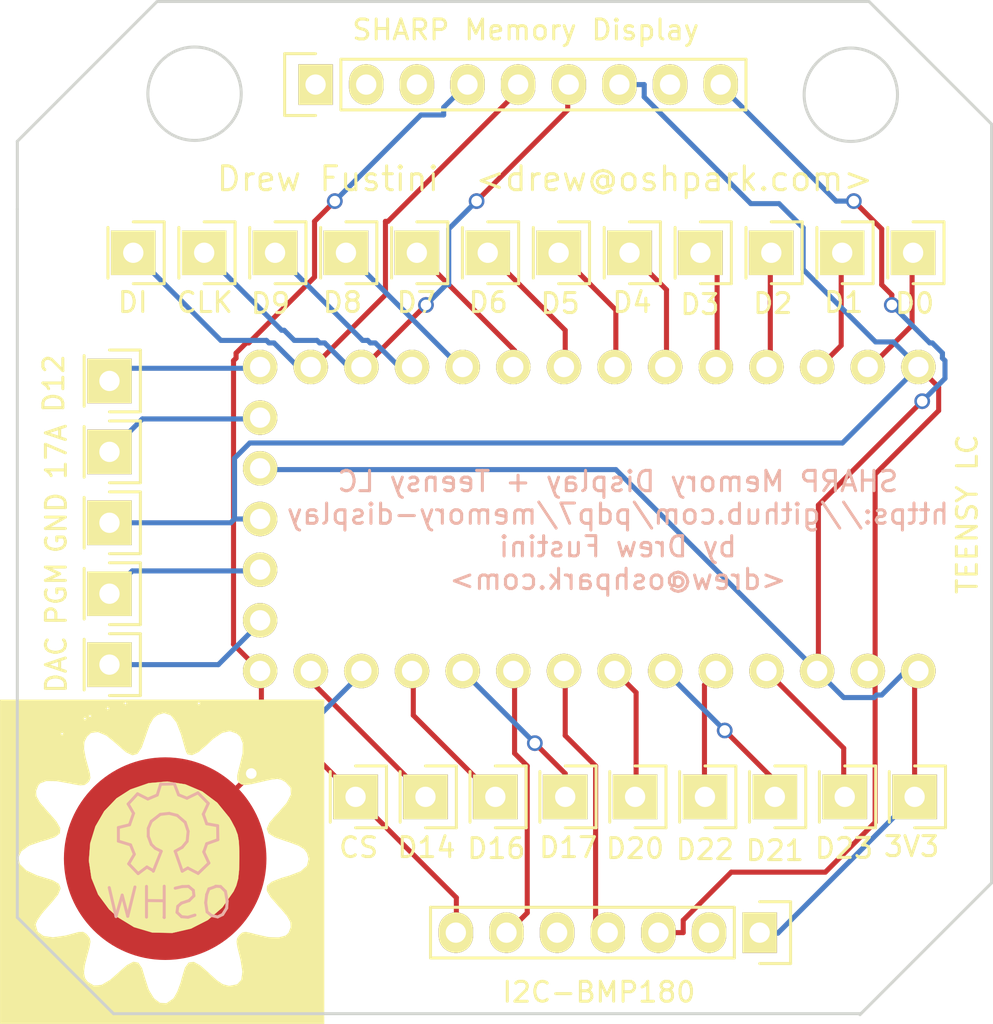
<source format=kicad_pcb>
(kicad_pcb (version 20171130) (host pcbnew "(5.1.12)-1")

  (general
    (thickness 1.6)
    (drawings 32)
    (tracks 237)
    (zones 0)
    (modules 32)
    (nets 36)
  )

  (page A4)
  (title_block
    (company "This design uses a KiCad DIP template created by Jenner at Wickerbox Electronics")
    (comment 1 "Released under the CERN Open Hardware License v1.2")
  )

  (layers
    (0 F.Cu signal)
    (31 B.Cu signal)
    (34 B.Paste user hide)
    (35 F.Paste user hide)
    (36 B.SilkS user hide)
    (37 F.SilkS user hide)
    (38 B.Mask user hide)
    (39 F.Mask user hide)
    (44 Edge.Cuts user)
    (46 B.CrtYd user hide)
    (47 F.CrtYd user hide)
    (48 B.Fab user hide)
    (49 F.Fab user hide)
  )

  (setup
    (last_trace_width 0.254)
    (trace_clearance 0.254)
    (zone_clearance 0.508)
    (zone_45_only no)
    (trace_min 0.254)
    (via_size 0.7874)
    (via_drill 0.5334)
    (via_min_size 0.762)
    (via_min_drill 0.508)
    (uvia_size 0.6858)
    (uvia_drill 0.3302)
    (uvias_allowed no)
    (uvia_min_size 0)
    (uvia_min_drill 0)
    (edge_width 0.15)
    (segment_width 0.15)
    (pcb_text_width 0.1524)
    (pcb_text_size 0.762 0.762)
    (mod_edge_width 0.15)
    (mod_text_size 0.762 0.762)
    (mod_text_width 0.1524)
    (pad_size 1.7272 1.7272)
    (pad_drill 1.016)
    (pad_to_mask_clearance 0.0762)
    (solder_mask_min_width 0.1016)
    (aux_axis_origin 0 0)
    (visible_elements 7FFFFFFF)
    (pcbplotparams
      (layerselection 0x010fc_80000001)
      (usegerberextensions true)
      (usegerberattributes true)
      (usegerberadvancedattributes true)
      (creategerberjobfile true)
      (excludeedgelayer true)
      (linewidth 0.100000)
      (plotframeref false)
      (viasonmask false)
      (mode 1)
      (useauxorigin false)
      (hpglpennumber 1)
      (hpglpenspeed 20)
      (hpglpendiameter 15.000000)
      (psnegative false)
      (psa4output false)
      (plotreference true)
      (plotvalue true)
      (plotinvisibletext false)
      (padsonsilk false)
      (subtractmaskfromsilk false)
      (outputformat 1)
      (mirror false)
      (drillshape 0)
      (scaleselection 1)
      (outputdirectory "test-board-gerbers"))
  )

  (net 0 "")
  (net 1 GND)
  (net 2 +3V3)
  (net 3 /D15)
  (net 4 /D0)
  (net 5 /D1)
  (net 6 /D2)
  (net 7 /D3)
  (net 8 /D4)
  (net 9 /D5)
  (net 10 /D6)
  (net 11 /D7)
  (net 12 /D8)
  (net 13 /D9)
  (net 14 /CLK)
  (net 15 /D11)
  (net 16 /D12)
  (net 17 "/D17(VIN)")
  (net 18 /PROG)
  (net 19 /DAC)
  (net 20 /CS)
  (net 21 /D16)
  (net 22 /D18)
  (net 23 /D17)
  (net 24 /D22)
  (net 25 /D21)
  (net 26 /D20)
  (net 27 /D19)
  (net 28 /D23)
  (net 29 /D14)
  (net 30 /EIN)
  (net 31 /DISP)
  (net 32 /EMO)
  (net 33 /3V3)
  (net 34 /3VO)
  (net 35 /SDO)

  (net_class Default "This is the default net class."
    (clearance 0.254)
    (trace_width 0.254)
    (via_dia 0.7874)
    (via_drill 0.5334)
    (uvia_dia 0.6858)
    (uvia_drill 0.3302)
    (add_net +3V3)
    (add_net /3V3)
    (add_net /3VO)
    (add_net /CLK)
    (add_net /CS)
    (add_net /D0)
    (add_net /D1)
    (add_net /D11)
    (add_net /D12)
    (add_net /D14)
    (add_net /D15)
    (add_net /D16)
    (add_net /D17)
    (add_net "/D17(VIN)")
    (add_net /D18)
    (add_net /D19)
    (add_net /D2)
    (add_net /D20)
    (add_net /D21)
    (add_net /D22)
    (add_net /D23)
    (add_net /D3)
    (add_net /D4)
    (add_net /D5)
    (add_net /D6)
    (add_net /D7)
    (add_net /D8)
    (add_net /D9)
    (add_net /DAC)
    (add_net /DISP)
    (add_net /EIN)
    (add_net /EMO)
    (add_net /PROG)
    (add_net /SDO)
    (add_net GND)
  )

  (module TEENSY-LC (layer F.Cu) (tedit 5797B473) (tstamp 57379F2D)
    (at 123.126 108.14 270)
    (path /5749FE2C)
    (fp_text reference J1 (at -7.62 20.066) (layer F.SilkS) hide
      (effects (font (size 1 1) (thickness 0.15)))
    )
    (fp_text value TEENSY-LC (at -2.54 20.32 90) (layer F.Fab)
      (effects (font (size 1 1) (thickness 0.15)))
    )
    (fp_line (start -11.43 24.13) (end 6.35 24.13) (layer F.CrtYd) (width 0.1524))
    (fp_line (start -11.43 -11.43) (end -11.43 24.13) (layer F.CrtYd) (width 0.1524))
    (fp_line (start 6.35 -11.43) (end -11.43 -11.43) (layer F.CrtYd) (width 0.1524))
    (fp_line (start 6.35 24.13) (end 6.35 -11.43) (layer F.CrtYd) (width 0.1524))
    (fp_text user "TEENSY LC" (at -2.7813 -12.6111 270) (layer F.SilkS)
      (effects (font (size 1 1) (thickness 0.15)))
    )
    (pad G1 thru_hole circle (at -10.16 -10.16 270) (size 1.7272 1.7272) (drill 1.016) (layers *.Cu *.Mask F.SilkS)
      (net 1 GND))
    (pad 0 thru_hole circle (at -10.16 -7.62 270) (size 1.7272 1.7272) (drill 1.016) (layers *.Cu *.Mask F.SilkS)
      (net 4 /D0))
    (pad 1 thru_hole circle (at -10.16 -5.08 270) (size 1.7272 1.7272) (drill 1.016) (layers *.Cu *.Mask F.SilkS)
      (net 5 /D1))
    (pad 2 thru_hole circle (at -10.16 -2.54 270) (size 1.7272 1.7272) (drill 1.016) (layers *.Cu *.Mask F.SilkS)
      (net 6 /D2))
    (pad 3 thru_hole circle (at -10.16 0 270) (size 1.7272 1.7272) (drill 1.016) (layers *.Cu *.Mask F.SilkS)
      (net 7 /D3))
    (pad 4 thru_hole circle (at -10.16 2.54 270) (size 1.7272 1.7272) (drill 1.016) (layers *.Cu *.Mask F.SilkS)
      (net 8 /D4))
    (pad 5 thru_hole circle (at -10.16 5.08 270) (size 1.7272 1.7272) (drill 1.016) (layers *.Cu *.Mask F.SilkS)
      (net 9 /D5))
    (pad 6 thru_hole circle (at -10.16 7.62 270) (size 1.7272 1.7272) (drill 1.016) (layers *.Cu *.Mask F.SilkS)
      (net 10 /D6))
    (pad 7 thru_hole circle (at -10.16 10.16 270) (size 1.7272 1.7272) (drill 1.016) (layers *.Cu *.Mask F.SilkS)
      (net 11 /D7))
    (pad 8 thru_hole circle (at -10.16 12.7 270) (size 1.7272 1.7272) (drill 1.016) (layers *.Cu *.Mask F.SilkS)
      (net 12 /D8))
    (pad 9 thru_hole circle (at -10.16 15.24 270) (size 1.7272 1.7272) (drill 1.016) (layers *.Cu *.Mask F.SilkS)
      (net 13 /D9))
    (pad 10 thru_hole circle (at -10.16 17.78 270) (size 1.7272 1.7272) (drill 1.016) (layers *.Cu *.Mask F.SilkS)
      (net 14 /CLK))
    (pad 11 thru_hole circle (at -10.16 20.32 270) (size 1.7272 1.7272) (drill 1.016) (layers *.Cu *.Mask F.SilkS)
      (net 15 /D11))
    (pad 12 thru_hole circle (at -10.16 22.86 270) (size 1.7272 1.7272) (drill 1.016) (layers *.Cu *.Mask F.SilkS)
      (net 16 /D12))
    (pad 17A thru_hole circle (at -7.62 22.86 270) (size 1.7272 1.7272) (drill 1.016) (layers *.Cu *.Mask F.SilkS)
      (net 17 "/D17(VIN)"))
    (pad 3V1 thru_hole circle (at -5.08 22.86 270) (size 1.7272 1.7272) (drill 1.016) (layers *.Cu *.Mask F.SilkS)
      (net 2 +3V3))
    (pad G2 thru_hole circle (at -2.54 22.86 270) (size 1.7272 1.7272) (drill 1.016) (layers *.Cu *.Mask F.SilkS)
      (net 1 GND))
    (pad PGM thru_hole circle (at 0 22.86 270) (size 1.7272 1.7272) (drill 1.016) (layers *.Cu *.Mask F.SilkS)
      (net 18 /PROG))
    (pad DAC thru_hole circle (at 2.54 22.86 270) (size 1.7272 1.7272) (drill 1.016) (layers *.Cu *.Mask F.SilkS)
      (net 19 /DAC))
    (pad 13 thru_hole circle (at 5.08 22.86 270) (size 1.7272 1.7272) (drill 1.016) (layers *.Cu *.Mask F.SilkS)
      (net 20 /CS))
    (pad 16 thru_hole circle (at 5.08 15.24 270) (size 1.7272 1.7272) (drill 1.016) (layers *.Cu *.Mask F.SilkS)
      (net 21 /D16))
    (pad 3V2 thru_hole circle (at 5.08 -5.08 270) (size 1.7272 1.7272) (drill 1.016) (layers *.Cu *.Mask F.SilkS)
      (net 2 +3V3))
    (pad 18 thru_hole circle (at 5.08 10.16 270) (size 1.7272 1.7272) (drill 1.016) (layers *.Cu *.Mask F.SilkS)
      (net 22 /D18))
    (pad 17 thru_hole circle (at 5.08 12.7 270) (size 1.7272 1.7272) (drill 1.016) (layers *.Cu *.Mask F.SilkS)
      (net 23 /D17))
    (pad G3 thru_hole circle (at 5.08 -7.62 270) (size 1.7272 1.7272) (drill 1.016) (layers *.Cu *.Mask F.SilkS)
      (net 1 GND))
    (pad 22 thru_hole circle (at 5.08 0 270) (size 1.7272 1.7272) (drill 1.016) (layers *.Cu *.Mask F.SilkS)
      (net 24 /D22))
    (pad VIN thru_hole circle (at 5.08 -10.16 270) (size 1.7272 1.7272) (drill 1.016) (layers *.Cu *.Mask F.SilkS)
      (net 2 +3V3))
    (pad 21 thru_hole circle (at 5.08 2.54 270) (size 1.7272 1.7272) (drill 1.016) (layers *.Cu *.Mask F.SilkS)
      (net 25 /D21))
    (pad 20 thru_hole circle (at 5.08 5.08 270) (size 1.7272 1.7272) (drill 1.016) (layers *.Cu *.Mask F.SilkS)
      (net 26 /D20))
    (pad 19 thru_hole circle (at 5.08 7.62 270) (size 1.7272 1.7272) (drill 1.016) (layers *.Cu *.Mask F.SilkS)
      (net 27 /D19))
    (pad 23 thru_hole circle (at 5.08 -2.54 270) (size 1.7272 1.7272) (drill 1.016) (layers *.Cu *.Mask F.SilkS)
      (net 28 /D23))
    (pad 14 thru_hole circle (at 5.08 20.32 270) (size 1.7272 1.7272) (drill 1.016) (layers *.Cu *.Mask F.SilkS)
      (net 29 /D14))
    (pad 15 thru_hole circle (at 5.08 17.78 270) (size 1.7272 1.7272) (drill 1.016) (layers *.Cu *.Mask F.SilkS)
      (net 3 /D15))
  )

  (module Wickerlib:CAPSENSE-CIRCLE-D10MM (layer F.Cu) (tedit 5797B262) (tstamp 5795BA72)
    (at 95.504 122.631 270)
    (path /5795ACE9)
    (fp_text reference CAP15 (at -0.2032 0.1524) (layer F.SilkS)
      (effects (font (size 1 1) (thickness 0.15)))
    )
    (fp_text value CAP15 (at 0.025 7.325 270) (layer F.Fab)
      (effects (font (size 1 1) (thickness 0.15)))
    )
    (pad 1 smd circle (at 0 0 270) (size 10.16 10.16) (layers F.Cu)
      (net 3 /D15) (clearance 0.508))
  )

  (module Wickerlib:CONN-HEADER-STRAIGHT-P2.54MM-1x01 (layer F.Cu) (tedit 5797B77B) (tstamp 5795BA8F)
    (at 133.02 92.2528 270)
    (descr "Through hole pin header")
    (tags "pin header")
    (path /5795BEAD)
    (fp_text reference D0 (at 2.54 -0.0762) (layer F.SilkS)
      (effects (font (size 1 1) (thickness 0.15)))
    )
    (fp_text value D0 (at 0 -0.127) (layer F.Fab)
      (effects (font (size 1 1) (thickness 0.15)))
    )
    (fp_line (start 1.55 -1.55) (end 1.55 0) (layer F.SilkS) (width 0.15))
    (fp_line (start -1.75 -1.75) (end -1.75 1.75) (layer F.CrtYd) (width 0.05))
    (fp_line (start 1.75 -1.75) (end 1.75 1.75) (layer F.CrtYd) (width 0.05))
    (fp_line (start -1.75 -1.75) (end 1.75 -1.75) (layer F.CrtYd) (width 0.05))
    (fp_line (start -1.75 1.75) (end 1.75 1.75) (layer F.CrtYd) (width 0.05))
    (fp_line (start -1.55 0) (end -1.55 -1.55) (layer F.SilkS) (width 0.15))
    (fp_line (start -1.55 -1.55) (end 1.55 -1.55) (layer F.SilkS) (width 0.15))
    (fp_line (start -1.27 1.27) (end 1.27 1.27) (layer F.SilkS) (width 0.15))
    (pad 1 thru_hole rect (at 0 0 270) (size 2.2352 2.2352) (drill 1.016) (layers *.Cu *.Mask F.SilkS)
      (net 4 /D0))
    (model Pin_Headers.3dshapes/CONN-HEADER-STRAIGHT-P2.54MM-1x01.wrl
      (at (xyz 0 0 0))
      (scale (xyz 1 1 1))
      (rotate (xyz 0 0 90))
    )
  )

  (module Wickerlib:CONN-HEADER-STRAIGHT-P2.54MM-1x01 (layer F.Cu) (tedit 5797B775) (tstamp 5795BA94)
    (at 129.464 92.2528 270)
    (descr "Through hole pin header")
    (tags "pin header")
    (path /5795D872)
    (fp_text reference D1 (at 2.4892 -0.0762) (layer F.SilkS)
      (effects (font (size 1 1) (thickness 0.15)))
    )
    (fp_text value D1 (at 0 -0.127) (layer F.Fab)
      (effects (font (size 1 1) (thickness 0.15)))
    )
    (fp_line (start 1.55 -1.55) (end 1.55 0) (layer F.SilkS) (width 0.15))
    (fp_line (start -1.75 -1.75) (end -1.75 1.75) (layer F.CrtYd) (width 0.05))
    (fp_line (start 1.75 -1.75) (end 1.75 1.75) (layer F.CrtYd) (width 0.05))
    (fp_line (start -1.75 -1.75) (end 1.75 -1.75) (layer F.CrtYd) (width 0.05))
    (fp_line (start -1.75 1.75) (end 1.75 1.75) (layer F.CrtYd) (width 0.05))
    (fp_line (start -1.55 0) (end -1.55 -1.55) (layer F.SilkS) (width 0.15))
    (fp_line (start -1.55 -1.55) (end 1.55 -1.55) (layer F.SilkS) (width 0.15))
    (fp_line (start -1.27 1.27) (end 1.27 1.27) (layer F.SilkS) (width 0.15))
    (pad 1 thru_hole rect (at 0 0 270) (size 2.2352 2.2352) (drill 1.016) (layers *.Cu *.Mask F.SilkS)
      (net 5 /D1))
    (model Pin_Headers.3dshapes/CONN-HEADER-STRAIGHT-P2.54MM-1x01.wrl
      (at (xyz 0 0 0))
      (scale (xyz 1 1 1))
      (rotate (xyz 0 0 90))
    )
  )

  (module Wickerlib:CONN-HEADER-STRAIGHT-P2.54MM-1x01 (layer F.Cu) (tedit 5797B771) (tstamp 5795BA99)
    (at 125.908 92.2528 270)
    (descr "Through hole pin header")
    (tags "pin header")
    (path /5795D8B6)
    (fp_text reference D2 (at 2.54 -0.0762) (layer F.SilkS)
      (effects (font (size 1 1) (thickness 0.15)))
    )
    (fp_text value D2 (at 0.127 -0.127) (layer F.Fab)
      (effects (font (size 1 1) (thickness 0.15)))
    )
    (fp_line (start 1.55 -1.55) (end 1.55 0) (layer F.SilkS) (width 0.15))
    (fp_line (start -1.75 -1.75) (end -1.75 1.75) (layer F.CrtYd) (width 0.05))
    (fp_line (start 1.75 -1.75) (end 1.75 1.75) (layer F.CrtYd) (width 0.05))
    (fp_line (start -1.75 -1.75) (end 1.75 -1.75) (layer F.CrtYd) (width 0.05))
    (fp_line (start -1.75 1.75) (end 1.75 1.75) (layer F.CrtYd) (width 0.05))
    (fp_line (start -1.55 0) (end -1.55 -1.55) (layer F.SilkS) (width 0.15))
    (fp_line (start -1.55 -1.55) (end 1.55 -1.55) (layer F.SilkS) (width 0.15))
    (fp_line (start -1.27 1.27) (end 1.27 1.27) (layer F.SilkS) (width 0.15))
    (pad 1 thru_hole rect (at 0 0 270) (size 2.2352 2.2352) (drill 1.016) (layers *.Cu *.Mask F.SilkS)
      (net 6 /D2))
    (model Pin_Headers.3dshapes/CONN-HEADER-STRAIGHT-P2.54MM-1x01.wrl
      (at (xyz 0 0 0))
      (scale (xyz 1 1 1))
      (rotate (xyz 0 0 90))
    )
  )

  (module Wickerlib:CONN-HEADER-STRAIGHT-P2.54MM-1x01 (layer F.Cu) (tedit 5797B76D) (tstamp 5795BA9E)
    (at 122.352 92.2528 270)
    (descr "Through hole pin header")
    (tags "pin header")
    (path /5795D8F9)
    (fp_text reference D3 (at 2.5908 0.0254) (layer F.SilkS)
      (effects (font (size 1 1) (thickness 0.15)))
    )
    (fp_text value D3 (at 0.127 -0.127) (layer F.Fab)
      (effects (font (size 1 1) (thickness 0.15)))
    )
    (fp_line (start 1.55 -1.55) (end 1.55 0) (layer F.SilkS) (width 0.15))
    (fp_line (start -1.75 -1.75) (end -1.75 1.75) (layer F.CrtYd) (width 0.05))
    (fp_line (start 1.75 -1.75) (end 1.75 1.75) (layer F.CrtYd) (width 0.05))
    (fp_line (start -1.75 -1.75) (end 1.75 -1.75) (layer F.CrtYd) (width 0.05))
    (fp_line (start -1.75 1.75) (end 1.75 1.75) (layer F.CrtYd) (width 0.05))
    (fp_line (start -1.55 0) (end -1.55 -1.55) (layer F.SilkS) (width 0.15))
    (fp_line (start -1.55 -1.55) (end 1.55 -1.55) (layer F.SilkS) (width 0.15))
    (fp_line (start -1.27 1.27) (end 1.27 1.27) (layer F.SilkS) (width 0.15))
    (pad 1 thru_hole rect (at 0 0 270) (size 2.2352 2.2352) (drill 1.016) (layers *.Cu *.Mask F.SilkS)
      (net 7 /D3))
    (model Pin_Headers.3dshapes/CONN-HEADER-STRAIGHT-P2.54MM-1x01.wrl
      (at (xyz 0 0 0))
      (scale (xyz 1 1 1))
      (rotate (xyz 0 0 90))
    )
  )

  (module Wickerlib:CONN-HEADER-STRAIGHT-P2.54MM-1x01 (layer F.Cu) (tedit 5797B769) (tstamp 5795BAA3)
    (at 118.796 92.2528 270)
    (descr "Through hole pin header")
    (tags "pin header")
    (path /5795D93F)
    (fp_text reference D4 (at 2.4892 -0.127) (layer F.SilkS)
      (effects (font (size 1 1) (thickness 0.15)))
    )
    (fp_text value D4 (at 0.127 -0.127) (layer F.Fab)
      (effects (font (size 1 1) (thickness 0.15)))
    )
    (fp_line (start 1.55 -1.55) (end 1.55 0) (layer F.SilkS) (width 0.15))
    (fp_line (start -1.75 -1.75) (end -1.75 1.75) (layer F.CrtYd) (width 0.05))
    (fp_line (start 1.75 -1.75) (end 1.75 1.75) (layer F.CrtYd) (width 0.05))
    (fp_line (start -1.75 -1.75) (end 1.75 -1.75) (layer F.CrtYd) (width 0.05))
    (fp_line (start -1.75 1.75) (end 1.75 1.75) (layer F.CrtYd) (width 0.05))
    (fp_line (start -1.55 0) (end -1.55 -1.55) (layer F.SilkS) (width 0.15))
    (fp_line (start -1.55 -1.55) (end 1.55 -1.55) (layer F.SilkS) (width 0.15))
    (fp_line (start -1.27 1.27) (end 1.27 1.27) (layer F.SilkS) (width 0.15))
    (pad 1 thru_hole rect (at 0 0 270) (size 2.2352 2.2352) (drill 1.016) (layers *.Cu *.Mask F.SilkS)
      (net 8 /D4))
    (model Pin_Headers.3dshapes/CONN-HEADER-STRAIGHT-P2.54MM-1x01.wrl
      (at (xyz 0 0 0))
      (scale (xyz 1 1 1))
      (rotate (xyz 0 0 90))
    )
  )

  (module Wickerlib:CONN-HEADER-STRAIGHT-P2.54MM-1x01 (layer F.Cu) (tedit 5797B766) (tstamp 5795BAA8)
    (at 115.24 92.2528 270)
    (descr "Through hole pin header")
    (tags "pin header")
    (path /5795D988)
    (fp_text reference D5 (at 2.54 -0.0762) (layer F.SilkS)
      (effects (font (size 1 1) (thickness 0.15)))
    )
    (fp_text value D5 (at 0.127 -0.127) (layer F.Fab)
      (effects (font (size 1 1) (thickness 0.15)))
    )
    (fp_line (start 1.55 -1.55) (end 1.55 0) (layer F.SilkS) (width 0.15))
    (fp_line (start -1.75 -1.75) (end -1.75 1.75) (layer F.CrtYd) (width 0.05))
    (fp_line (start 1.75 -1.75) (end 1.75 1.75) (layer F.CrtYd) (width 0.05))
    (fp_line (start -1.75 -1.75) (end 1.75 -1.75) (layer F.CrtYd) (width 0.05))
    (fp_line (start -1.75 1.75) (end 1.75 1.75) (layer F.CrtYd) (width 0.05))
    (fp_line (start -1.55 0) (end -1.55 -1.55) (layer F.SilkS) (width 0.15))
    (fp_line (start -1.55 -1.55) (end 1.55 -1.55) (layer F.SilkS) (width 0.15))
    (fp_line (start -1.27 1.27) (end 1.27 1.27) (layer F.SilkS) (width 0.15))
    (pad 1 thru_hole rect (at 0 0 270) (size 2.2352 2.2352) (drill 1.016) (layers *.Cu *.Mask F.SilkS)
      (net 9 /D5))
    (model Pin_Headers.3dshapes/CONN-HEADER-STRAIGHT-P2.54MM-1x01.wrl
      (at (xyz 0 0 0))
      (scale (xyz 1 1 1))
      (rotate (xyz 0 0 90))
    )
  )

  (module Wickerlib:CONN-HEADER-STRAIGHT-P2.54MM-1x01 (layer F.Cu) (tedit 5797B763) (tstamp 5795BAAD)
    (at 111.684 92.2528 270)
    (descr "Through hole pin header")
    (tags "pin header")
    (path /5795D9D8)
    (fp_text reference D6 (at 2.4892 -0.0254) (layer F.SilkS)
      (effects (font (size 1 1) (thickness 0.15)))
    )
    (fp_text value D6 (at 0.127 -0.127) (layer F.Fab)
      (effects (font (size 1 1) (thickness 0.15)))
    )
    (fp_line (start 1.55 -1.55) (end 1.55 0) (layer F.SilkS) (width 0.15))
    (fp_line (start -1.75 -1.75) (end -1.75 1.75) (layer F.CrtYd) (width 0.05))
    (fp_line (start 1.75 -1.75) (end 1.75 1.75) (layer F.CrtYd) (width 0.05))
    (fp_line (start -1.75 -1.75) (end 1.75 -1.75) (layer F.CrtYd) (width 0.05))
    (fp_line (start -1.75 1.75) (end 1.75 1.75) (layer F.CrtYd) (width 0.05))
    (fp_line (start -1.55 0) (end -1.55 -1.55) (layer F.SilkS) (width 0.15))
    (fp_line (start -1.55 -1.55) (end 1.55 -1.55) (layer F.SilkS) (width 0.15))
    (fp_line (start -1.27 1.27) (end 1.27 1.27) (layer F.SilkS) (width 0.15))
    (pad 1 thru_hole rect (at 0 0 270) (size 2.2352 2.2352) (drill 1.016) (layers *.Cu *.Mask F.SilkS)
      (net 10 /D6))
    (model Pin_Headers.3dshapes/CONN-HEADER-STRAIGHT-P2.54MM-1x01.wrl
      (at (xyz 0 0 0))
      (scale (xyz 1 1 1))
      (rotate (xyz 0 0 90))
    )
  )

  (module Wickerlib:CONN-HEADER-STRAIGHT-P2.54MM-1x01 (layer F.Cu) (tedit 5797B760) (tstamp 5795BAB2)
    (at 108.128 92.2528 270)
    (descr "Through hole pin header")
    (tags "pin header")
    (path /5795DA3A)
    (fp_text reference D7 (at 2.4892 0.0254) (layer F.SilkS)
      (effects (font (size 1 1) (thickness 0.15)))
    )
    (fp_text value D7 (at 0 -0.127) (layer F.Fab)
      (effects (font (size 1 1) (thickness 0.15)))
    )
    (fp_line (start 1.55 -1.55) (end 1.55 0) (layer F.SilkS) (width 0.15))
    (fp_line (start -1.75 -1.75) (end -1.75 1.75) (layer F.CrtYd) (width 0.05))
    (fp_line (start 1.75 -1.75) (end 1.75 1.75) (layer F.CrtYd) (width 0.05))
    (fp_line (start -1.75 -1.75) (end 1.75 -1.75) (layer F.CrtYd) (width 0.05))
    (fp_line (start -1.75 1.75) (end 1.75 1.75) (layer F.CrtYd) (width 0.05))
    (fp_line (start -1.55 0) (end -1.55 -1.55) (layer F.SilkS) (width 0.15))
    (fp_line (start -1.55 -1.55) (end 1.55 -1.55) (layer F.SilkS) (width 0.15))
    (fp_line (start -1.27 1.27) (end 1.27 1.27) (layer F.SilkS) (width 0.15))
    (pad 1 thru_hole rect (at 0 0 270) (size 2.2352 2.2352) (drill 1.016) (layers *.Cu *.Mask F.SilkS)
      (net 11 /D7))
    (model Pin_Headers.3dshapes/CONN-HEADER-STRAIGHT-P2.54MM-1x01.wrl
      (at (xyz 0 0 0))
      (scale (xyz 1 1 1))
      (rotate (xyz 0 0 90))
    )
  )

  (module Wickerlib:CONN-HEADER-STRAIGHT-P2.54MM-1x01 (layer F.Cu) (tedit 5797B75D) (tstamp 5795BAB7)
    (at 104.572 92.2528 270)
    (descr "Through hole pin header")
    (tags "pin header")
    (path /5795DA8C)
    (fp_text reference D8 (at 2.4892 0.1778) (layer F.SilkS)
      (effects (font (size 1 1) (thickness 0.15)))
    )
    (fp_text value D8 (at 0 -0.127) (layer F.Fab)
      (effects (font (size 1 1) (thickness 0.15)))
    )
    (fp_line (start 1.55 -1.55) (end 1.55 0) (layer F.SilkS) (width 0.15))
    (fp_line (start -1.75 -1.75) (end -1.75 1.75) (layer F.CrtYd) (width 0.05))
    (fp_line (start 1.75 -1.75) (end 1.75 1.75) (layer F.CrtYd) (width 0.05))
    (fp_line (start -1.75 -1.75) (end 1.75 -1.75) (layer F.CrtYd) (width 0.05))
    (fp_line (start -1.75 1.75) (end 1.75 1.75) (layer F.CrtYd) (width 0.05))
    (fp_line (start -1.55 0) (end -1.55 -1.55) (layer F.SilkS) (width 0.15))
    (fp_line (start -1.55 -1.55) (end 1.55 -1.55) (layer F.SilkS) (width 0.15))
    (fp_line (start -1.27 1.27) (end 1.27 1.27) (layer F.SilkS) (width 0.15))
    (pad 1 thru_hole rect (at 0 0 270) (size 2.2352 2.2352) (drill 1.016) (layers *.Cu *.Mask F.SilkS)
      (net 12 /D8))
    (model Pin_Headers.3dshapes/CONN-HEADER-STRAIGHT-P2.54MM-1x01.wrl
      (at (xyz 0 0 0))
      (scale (xyz 1 1 1))
      (rotate (xyz 0 0 90))
    )
  )

  (module Wickerlib:CONN-HEADER-STRAIGHT-P2.54MM-1x01 (layer F.Cu) (tedit 5797B759) (tstamp 5795BABC)
    (at 101.016 92.2528 270)
    (descr "Through hole pin header")
    (tags "pin header")
    (path /5795DB5D)
    (fp_text reference D9 (at 2.54 0.2286) (layer F.SilkS)
      (effects (font (size 1 1) (thickness 0.15)))
    )
    (fp_text value D9 (at 0 -0.127) (layer F.Fab)
      (effects (font (size 1 1) (thickness 0.15)))
    )
    (fp_line (start 1.55 -1.55) (end 1.55 0) (layer F.SilkS) (width 0.15))
    (fp_line (start -1.75 -1.75) (end -1.75 1.75) (layer F.CrtYd) (width 0.05))
    (fp_line (start 1.75 -1.75) (end 1.75 1.75) (layer F.CrtYd) (width 0.05))
    (fp_line (start -1.75 -1.75) (end 1.75 -1.75) (layer F.CrtYd) (width 0.05))
    (fp_line (start -1.75 1.75) (end 1.75 1.75) (layer F.CrtYd) (width 0.05))
    (fp_line (start -1.55 0) (end -1.55 -1.55) (layer F.SilkS) (width 0.15))
    (fp_line (start -1.55 -1.55) (end 1.55 -1.55) (layer F.SilkS) (width 0.15))
    (fp_line (start -1.27 1.27) (end 1.27 1.27) (layer F.SilkS) (width 0.15))
    (pad 1 thru_hole rect (at 0 0 270) (size 2.2352 2.2352) (drill 1.016) (layers *.Cu *.Mask F.SilkS)
      (net 13 /D9))
    (model Pin_Headers.3dshapes/CONN-HEADER-STRAIGHT-P2.54MM-1x01.wrl
      (at (xyz 0 0 0))
      (scale (xyz 1 1 1))
      (rotate (xyz 0 0 90))
    )
  )

  (module Wickerlib:CONN-HEADER-STRAIGHT-P2.54MM-1x01 (layer F.Cu) (tedit 5797B1F3) (tstamp 5795BAC1)
    (at 92.71 98.679 270)
    (descr "Through hole pin header")
    (tags "pin header")
    (path /5795DF05)
    (fp_text reference D12 (at 0.127 2.794 270) (layer F.SilkS)
      (effects (font (size 1 1) (thickness 0.15)))
    )
    (fp_text value D12 (at 0 -3.1 270) (layer F.Fab)
      (effects (font (size 1 1) (thickness 0.15)))
    )
    (fp_line (start 1.55 -1.55) (end 1.55 0) (layer F.SilkS) (width 0.15))
    (fp_line (start -1.75 -1.75) (end -1.75 1.75) (layer F.CrtYd) (width 0.05))
    (fp_line (start 1.75 -1.75) (end 1.75 1.75) (layer F.CrtYd) (width 0.05))
    (fp_line (start -1.75 -1.75) (end 1.75 -1.75) (layer F.CrtYd) (width 0.05))
    (fp_line (start -1.75 1.75) (end 1.75 1.75) (layer F.CrtYd) (width 0.05))
    (fp_line (start -1.55 0) (end -1.55 -1.55) (layer F.SilkS) (width 0.15))
    (fp_line (start -1.55 -1.55) (end 1.55 -1.55) (layer F.SilkS) (width 0.15))
    (fp_line (start -1.27 1.27) (end 1.27 1.27) (layer F.SilkS) (width 0.15))
    (pad 1 thru_hole rect (at 0 0 270) (size 2.2352 2.2352) (drill 1.016) (layers *.Cu *.Mask F.SilkS)
      (net 16 /D12))
    (model Pin_Headers.3dshapes/CONN-HEADER-STRAIGHT-P2.54MM-1x01.wrl
      (at (xyz 0 0 0))
      (scale (xyz 1 1 1))
      (rotate (xyz 0 0 90))
    )
  )

  (module Wickerlib:CONN-HEADER-STRAIGHT-P2.54MM-1x01 (layer F.Cu) (tedit 5797B1C0) (tstamp 5795BAC6)
    (at 108.56 119.532 270)
    (descr "Through hole pin header")
    (tags "pin header")
    (path /5795E07F)
    (fp_text reference D14 (at 2.54 -0.0508) (layer F.SilkS)
      (effects (font (size 1 1) (thickness 0.15)))
    )
    (fp_text value D14 (at 0 -3.1 270) (layer F.Fab)
      (effects (font (size 1 1) (thickness 0.15)))
    )
    (fp_line (start 1.55 -1.55) (end 1.55 0) (layer F.SilkS) (width 0.15))
    (fp_line (start -1.75 -1.75) (end -1.75 1.75) (layer F.CrtYd) (width 0.05))
    (fp_line (start 1.75 -1.75) (end 1.75 1.75) (layer F.CrtYd) (width 0.05))
    (fp_line (start -1.75 -1.75) (end 1.75 -1.75) (layer F.CrtYd) (width 0.05))
    (fp_line (start -1.75 1.75) (end 1.75 1.75) (layer F.CrtYd) (width 0.05))
    (fp_line (start -1.55 0) (end -1.55 -1.55) (layer F.SilkS) (width 0.15))
    (fp_line (start -1.55 -1.55) (end 1.55 -1.55) (layer F.SilkS) (width 0.15))
    (fp_line (start -1.27 1.27) (end 1.27 1.27) (layer F.SilkS) (width 0.15))
    (pad 1 thru_hole rect (at 0 0 270) (size 2.2352 2.2352) (drill 1.016) (layers *.Cu *.Mask F.SilkS)
      (net 29 /D14))
    (model Pin_Headers.3dshapes/CONN-HEADER-STRAIGHT-P2.54MM-1x01.wrl
      (at (xyz 0 0 0))
      (scale (xyz 1 1 1))
      (rotate (xyz 0 0 90))
    )
  )

  (module Wickerlib:CONN-HEADER-STRAIGHT-P2.54MM-1x01 (layer F.Cu) (tedit 5797B1C5) (tstamp 5795BACB)
    (at 112.065 119.532 270)
    (descr "Through hole pin header")
    (tags "pin header")
    (path /5795E0E9)
    (fp_text reference D16 (at 2.5908 -0.0508) (layer F.SilkS)
      (effects (font (size 1 1) (thickness 0.15)))
    )
    (fp_text value D16 (at 0 -3.1 270) (layer F.Fab)
      (effects (font (size 1 1) (thickness 0.15)))
    )
    (fp_line (start 1.55 -1.55) (end 1.55 0) (layer F.SilkS) (width 0.15))
    (fp_line (start -1.75 -1.75) (end -1.75 1.75) (layer F.CrtYd) (width 0.05))
    (fp_line (start 1.75 -1.75) (end 1.75 1.75) (layer F.CrtYd) (width 0.05))
    (fp_line (start -1.75 -1.75) (end 1.75 -1.75) (layer F.CrtYd) (width 0.05))
    (fp_line (start -1.75 1.75) (end 1.75 1.75) (layer F.CrtYd) (width 0.05))
    (fp_line (start -1.55 0) (end -1.55 -1.55) (layer F.SilkS) (width 0.15))
    (fp_line (start -1.55 -1.55) (end 1.55 -1.55) (layer F.SilkS) (width 0.15))
    (fp_line (start -1.27 1.27) (end 1.27 1.27) (layer F.SilkS) (width 0.15))
    (pad 1 thru_hole rect (at 0 0 270) (size 2.2352 2.2352) (drill 1.016) (layers *.Cu *.Mask F.SilkS)
      (net 21 /D16))
    (model Pin_Headers.3dshapes/CONN-HEADER-STRAIGHT-P2.54MM-1x01.wrl
      (at (xyz 0 0 0))
      (scale (xyz 1 1 1))
      (rotate (xyz 0 0 90))
    )
  )

  (module Wickerlib:CONN-HEADER-STRAIGHT-P2.54MM-1x01 (layer F.Cu) (tedit 5797B1C8) (tstamp 5795BAD0)
    (at 115.57 119.532 270)
    (descr "Through hole pin header")
    (tags "pin header")
    (path /5795E1A1)
    (fp_text reference D17 (at 2.54 -0.1524) (layer F.SilkS)
      (effects (font (size 1 1) (thickness 0.15)))
    )
    (fp_text value D17 (at 0 -3.1 270) (layer F.Fab)
      (effects (font (size 1 1) (thickness 0.15)))
    )
    (fp_line (start 1.55 -1.55) (end 1.55 0) (layer F.SilkS) (width 0.15))
    (fp_line (start -1.75 -1.75) (end -1.75 1.75) (layer F.CrtYd) (width 0.05))
    (fp_line (start 1.75 -1.75) (end 1.75 1.75) (layer F.CrtYd) (width 0.05))
    (fp_line (start -1.75 -1.75) (end 1.75 -1.75) (layer F.CrtYd) (width 0.05))
    (fp_line (start -1.75 1.75) (end 1.75 1.75) (layer F.CrtYd) (width 0.05))
    (fp_line (start -1.55 0) (end -1.55 -1.55) (layer F.SilkS) (width 0.15))
    (fp_line (start -1.55 -1.55) (end 1.55 -1.55) (layer F.SilkS) (width 0.15))
    (fp_line (start -1.27 1.27) (end 1.27 1.27) (layer F.SilkS) (width 0.15))
    (pad 1 thru_hole rect (at 0 0 270) (size 2.2352 2.2352) (drill 1.016) (layers *.Cu *.Mask F.SilkS)
      (net 23 /D17))
    (model Pin_Headers.3dshapes/CONN-HEADER-STRAIGHT-P2.54MM-1x01.wrl
      (at (xyz 0 0 0))
      (scale (xyz 1 1 1))
      (rotate (xyz 0 0 90))
    )
  )

  (module Wickerlib:CONN-HEADER-STRAIGHT-P2.54MM-1x01 (layer F.Cu) (tedit 5797B1CC) (tstamp 5795BAD5)
    (at 119.075 119.532 270)
    (descr "Through hole pin header")
    (tags "pin header")
    (path /5795E5EF)
    (fp_text reference D20 (at 2.5908 0) (layer F.SilkS)
      (effects (font (size 1 1) (thickness 0.15)))
    )
    (fp_text value D20 (at 0 -3.1 270) (layer F.Fab)
      (effects (font (size 1 1) (thickness 0.15)))
    )
    (fp_line (start 1.55 -1.55) (end 1.55 0) (layer F.SilkS) (width 0.15))
    (fp_line (start -1.75 -1.75) (end -1.75 1.75) (layer F.CrtYd) (width 0.05))
    (fp_line (start 1.75 -1.75) (end 1.75 1.75) (layer F.CrtYd) (width 0.05))
    (fp_line (start -1.75 -1.75) (end 1.75 -1.75) (layer F.CrtYd) (width 0.05))
    (fp_line (start -1.75 1.75) (end 1.75 1.75) (layer F.CrtYd) (width 0.05))
    (fp_line (start -1.55 0) (end -1.55 -1.55) (layer F.SilkS) (width 0.15))
    (fp_line (start -1.55 -1.55) (end 1.55 -1.55) (layer F.SilkS) (width 0.15))
    (fp_line (start -1.27 1.27) (end 1.27 1.27) (layer F.SilkS) (width 0.15))
    (pad 1 thru_hole rect (at 0 0 270) (size 2.2352 2.2352) (drill 1.016) (layers *.Cu *.Mask F.SilkS)
      (net 26 /D20))
    (model Pin_Headers.3dshapes/CONN-HEADER-STRAIGHT-P2.54MM-1x01.wrl
      (at (xyz 0 0 0))
      (scale (xyz 1 1 1))
      (rotate (xyz 0 0 90))
    )
  )

  (module Wickerlib:CONN-HEADER-STRAIGHT-P2.54MM-1x01 (layer F.Cu) (tedit 5797B1D5) (tstamp 5795BADA)
    (at 126.086 119.532 270)
    (descr "Through hole pin header")
    (tags "pin header")
    (path /5795E66E)
    (fp_text reference D21 (at 2.6924 0) (layer F.SilkS)
      (effects (font (size 1 1) (thickness 0.15)))
    )
    (fp_text value D21 (at 0 -3.1 270) (layer F.Fab)
      (effects (font (size 1 1) (thickness 0.15)))
    )
    (fp_line (start 1.55 -1.55) (end 1.55 0) (layer F.SilkS) (width 0.15))
    (fp_line (start -1.75 -1.75) (end -1.75 1.75) (layer F.CrtYd) (width 0.05))
    (fp_line (start 1.75 -1.75) (end 1.75 1.75) (layer F.CrtYd) (width 0.05))
    (fp_line (start -1.75 -1.75) (end 1.75 -1.75) (layer F.CrtYd) (width 0.05))
    (fp_line (start -1.75 1.75) (end 1.75 1.75) (layer F.CrtYd) (width 0.05))
    (fp_line (start -1.55 0) (end -1.55 -1.55) (layer F.SilkS) (width 0.15))
    (fp_line (start -1.55 -1.55) (end 1.55 -1.55) (layer F.SilkS) (width 0.15))
    (fp_line (start -1.27 1.27) (end 1.27 1.27) (layer F.SilkS) (width 0.15))
    (pad 1 thru_hole rect (at 0 0 270) (size 2.2352 2.2352) (drill 1.016) (layers *.Cu *.Mask F.SilkS)
      (net 25 /D21))
    (model Pin_Headers.3dshapes/CONN-HEADER-STRAIGHT-P2.54MM-1x01.wrl
      (at (xyz 0 0 0))
      (scale (xyz 1 1 1))
      (rotate (xyz 0 0 90))
    )
  )

  (module Wickerlib:CONN-HEADER-STRAIGHT-P2.54MM-1x01 (layer F.Cu) (tedit 5797B1D1) (tstamp 5795BADF)
    (at 122.58 119.532 270)
    (descr "Through hole pin header")
    (tags "pin header")
    (path /5795E6DC)
    (fp_text reference D22 (at 2.6416 0) (layer F.SilkS)
      (effects (font (size 1 1) (thickness 0.15)))
    )
    (fp_text value D22 (at 0 -3.1 270) (layer F.Fab)
      (effects (font (size 1 1) (thickness 0.15)))
    )
    (fp_line (start 1.55 -1.55) (end 1.55 0) (layer F.SilkS) (width 0.15))
    (fp_line (start -1.75 -1.75) (end -1.75 1.75) (layer F.CrtYd) (width 0.05))
    (fp_line (start 1.75 -1.75) (end 1.75 1.75) (layer F.CrtYd) (width 0.05))
    (fp_line (start -1.75 -1.75) (end 1.75 -1.75) (layer F.CrtYd) (width 0.05))
    (fp_line (start -1.75 1.75) (end 1.75 1.75) (layer F.CrtYd) (width 0.05))
    (fp_line (start -1.55 0) (end -1.55 -1.55) (layer F.SilkS) (width 0.15))
    (fp_line (start -1.55 -1.55) (end 1.55 -1.55) (layer F.SilkS) (width 0.15))
    (fp_line (start -1.27 1.27) (end 1.27 1.27) (layer F.SilkS) (width 0.15))
    (pad 1 thru_hole rect (at 0 0 270) (size 2.2352 2.2352) (drill 1.016) (layers *.Cu *.Mask F.SilkS)
      (net 24 /D22))
    (model Pin_Headers.3dshapes/CONN-HEADER-STRAIGHT-P2.54MM-1x01.wrl
      (at (xyz 0 0 0))
      (scale (xyz 1 1 1))
      (rotate (xyz 0 0 90))
    )
  )

  (module Wickerlib:CONN-HEADER-STRAIGHT-P2.54MM-1x01 (layer F.Cu) (tedit 5797B1DA) (tstamp 5795BAE4)
    (at 129.591 119.532 270)
    (descr "Through hole pin header")
    (tags "pin header")
    (path /5795E751)
    (fp_text reference D23 (at 2.581 0.035) (layer F.SilkS)
      (effects (font (size 1 1) (thickness 0.15)))
    )
    (fp_text value D23 (at 0 -3.1 270) (layer F.Fab)
      (effects (font (size 1 1) (thickness 0.15)))
    )
    (fp_line (start 1.55 -1.55) (end 1.55 0) (layer F.SilkS) (width 0.15))
    (fp_line (start -1.75 -1.75) (end -1.75 1.75) (layer F.CrtYd) (width 0.05))
    (fp_line (start 1.75 -1.75) (end 1.75 1.75) (layer F.CrtYd) (width 0.05))
    (fp_line (start -1.75 -1.75) (end 1.75 -1.75) (layer F.CrtYd) (width 0.05))
    (fp_line (start -1.75 1.75) (end 1.75 1.75) (layer F.CrtYd) (width 0.05))
    (fp_line (start -1.55 0) (end -1.55 -1.55) (layer F.SilkS) (width 0.15))
    (fp_line (start -1.55 -1.55) (end 1.55 -1.55) (layer F.SilkS) (width 0.15))
    (fp_line (start -1.27 1.27) (end 1.27 1.27) (layer F.SilkS) (width 0.15))
    (pad 1 thru_hole rect (at 0 0 270) (size 2.2352 2.2352) (drill 1.016) (layers *.Cu *.Mask F.SilkS)
      (net 28 /D23))
    (model Pin_Headers.3dshapes/CONN-HEADER-STRAIGHT-P2.54MM-1x01.wrl
      (at (xyz 0 0 0))
      (scale (xyz 1 1 1))
      (rotate (xyz 0 0 90))
    )
  )

  (module Wickerlib:CONN-HEADER-STRAIGHT-P2.54MM-1x01 (layer F.Cu) (tedit 5797B1F7) (tstamp 5795BAE9)
    (at 92.71 102.235 270)
    (descr "Through hole pin header")
    (tags "pin header")
    (path /5795E7DF)
    (fp_text reference 17A (at 0 2.667 270) (layer F.SilkS)
      (effects (font (size 1 1) (thickness 0.15)))
    )
    (fp_text value 17A (at 0 -3.1 270) (layer F.Fab)
      (effects (font (size 1 1) (thickness 0.15)))
    )
    (fp_line (start 1.55 -1.55) (end 1.55 0) (layer F.SilkS) (width 0.15))
    (fp_line (start -1.75 -1.75) (end -1.75 1.75) (layer F.CrtYd) (width 0.05))
    (fp_line (start 1.75 -1.75) (end 1.75 1.75) (layer F.CrtYd) (width 0.05))
    (fp_line (start -1.75 -1.75) (end 1.75 -1.75) (layer F.CrtYd) (width 0.05))
    (fp_line (start -1.75 1.75) (end 1.75 1.75) (layer F.CrtYd) (width 0.05))
    (fp_line (start -1.55 0) (end -1.55 -1.55) (layer F.SilkS) (width 0.15))
    (fp_line (start -1.55 -1.55) (end 1.55 -1.55) (layer F.SilkS) (width 0.15))
    (fp_line (start -1.27 1.27) (end 1.27 1.27) (layer F.SilkS) (width 0.15))
    (pad 1 thru_hole rect (at 0 0 270) (size 2.2352 2.2352) (drill 1.016) (layers *.Cu *.Mask F.SilkS)
      (net 17 "/D17(VIN)"))
    (model Pin_Headers.3dshapes/CONN-HEADER-STRAIGHT-P2.54MM-1x01.wrl
      (at (xyz 0 0 0))
      (scale (xyz 1 1 1))
      (rotate (xyz 0 0 90))
    )
  )

  (module Wickerlib:CONN-HEADER-STRAIGHT-P2.54MM-1x01 (layer F.Cu) (tedit 5797B22E) (tstamp 5795BAEE)
    (at 92.71 112.903 270)
    (descr "Through hole pin header")
    (tags "pin header")
    (path /5795E894)
    (fp_text reference DAC (at 0 2.667 270) (layer F.SilkS)
      (effects (font (size 1 1) (thickness 0.15)))
    )
    (fp_text value DAC (at 0 -3.1 270) (layer F.Fab)
      (effects (font (size 1 1) (thickness 0.15)))
    )
    (fp_line (start 1.55 -1.55) (end 1.55 0) (layer F.SilkS) (width 0.15))
    (fp_line (start -1.75 -1.75) (end -1.75 1.75) (layer F.CrtYd) (width 0.05))
    (fp_line (start 1.75 -1.75) (end 1.75 1.75) (layer F.CrtYd) (width 0.05))
    (fp_line (start -1.75 -1.75) (end 1.75 -1.75) (layer F.CrtYd) (width 0.05))
    (fp_line (start -1.75 1.75) (end 1.75 1.75) (layer F.CrtYd) (width 0.05))
    (fp_line (start -1.55 0) (end -1.55 -1.55) (layer F.SilkS) (width 0.15))
    (fp_line (start -1.55 -1.55) (end 1.55 -1.55) (layer F.SilkS) (width 0.15))
    (fp_line (start -1.27 1.27) (end 1.27 1.27) (layer F.SilkS) (width 0.15))
    (pad 1 thru_hole rect (at 0 0 270) (size 2.2352 2.2352) (drill 1.016) (layers *.Cu *.Mask F.SilkS)
      (net 19 /DAC))
    (model Pin_Headers.3dshapes/CONN-HEADER-STRAIGHT-P2.54MM-1x01.wrl
      (at (xyz 0 0 0))
      (scale (xyz 1 1 1))
      (rotate (xyz 0 0 90))
    )
  )

  (module Wickerlib:CONN-HEADER-STRAIGHT-P2.54MM-1x01 (layer F.Cu) (tedit 5797B229) (tstamp 5795BAF3)
    (at 92.71 109.347 270)
    (descr "Through hole pin header")
    (tags "pin header")
    (path /5795E910)
    (fp_text reference PGM (at 0 2.667 270) (layer F.SilkS)
      (effects (font (size 1 1) (thickness 0.15)))
    )
    (fp_text value PGM (at 0 -3.1 270) (layer F.Fab)
      (effects (font (size 1 1) (thickness 0.15)))
    )
    (fp_line (start 1.55 -1.55) (end 1.55 0) (layer F.SilkS) (width 0.15))
    (fp_line (start -1.75 -1.75) (end -1.75 1.75) (layer F.CrtYd) (width 0.05))
    (fp_line (start 1.75 -1.75) (end 1.75 1.75) (layer F.CrtYd) (width 0.05))
    (fp_line (start -1.75 -1.75) (end 1.75 -1.75) (layer F.CrtYd) (width 0.05))
    (fp_line (start -1.75 1.75) (end 1.75 1.75) (layer F.CrtYd) (width 0.05))
    (fp_line (start -1.55 0) (end -1.55 -1.55) (layer F.SilkS) (width 0.15))
    (fp_line (start -1.55 -1.55) (end 1.55 -1.55) (layer F.SilkS) (width 0.15))
    (fp_line (start -1.27 1.27) (end 1.27 1.27) (layer F.SilkS) (width 0.15))
    (pad 1 thru_hole rect (at 0 0 270) (size 2.2352 2.2352) (drill 1.016) (layers *.Cu *.Mask F.SilkS)
      (net 18 /PROG))
    (model Pin_Headers.3dshapes/CONN-HEADER-STRAIGHT-P2.54MM-1x01.wrl
      (at (xyz 0 0 0))
      (scale (xyz 1 1 1))
      (rotate (xyz 0 0 90))
    )
  )

  (module Wickerlib:CONN-HEADER-STRAIGHT-P2.54MM-1x01 (layer F.Cu) (tedit 5797B21E) (tstamp 5795BAF8)
    (at 92.71 105.791 270)
    (descr "Through hole pin header")
    (tags "pin header")
    (path /5795F8DF)
    (fp_text reference GND (at 0 2.667 270) (layer F.SilkS)
      (effects (font (size 1 1) (thickness 0.15)))
    )
    (fp_text value PGM (at 0 -3.1 270) (layer F.Fab)
      (effects (font (size 1 1) (thickness 0.15)))
    )
    (fp_line (start 1.55 -1.55) (end 1.55 0) (layer F.SilkS) (width 0.15))
    (fp_line (start -1.75 -1.75) (end -1.75 1.75) (layer F.CrtYd) (width 0.05))
    (fp_line (start 1.75 -1.75) (end 1.75 1.75) (layer F.CrtYd) (width 0.05))
    (fp_line (start -1.75 -1.75) (end 1.75 -1.75) (layer F.CrtYd) (width 0.05))
    (fp_line (start -1.75 1.75) (end 1.75 1.75) (layer F.CrtYd) (width 0.05))
    (fp_line (start -1.55 0) (end -1.55 -1.55) (layer F.SilkS) (width 0.15))
    (fp_line (start -1.55 -1.55) (end 1.55 -1.55) (layer F.SilkS) (width 0.15))
    (fp_line (start -1.27 1.27) (end 1.27 1.27) (layer F.SilkS) (width 0.15))
    (pad 1 thru_hole rect (at 0 0 270) (size 2.2352 2.2352) (drill 1.016) (layers *.Cu *.Mask F.SilkS)
      (net 1 GND))
    (model Pin_Headers.3dshapes/CONN-HEADER-STRAIGHT-P2.54MM-1x01.wrl
      (at (xyz 0 0 0))
      (scale (xyz 1 1 1))
      (rotate (xyz 0 0 90))
    )
  )

  (module Wickerlib:CONN-HEADER-STRAIGHT-P2.54MM-1x01 (layer F.Cu) (tedit 5797B1E2) (tstamp 5795BAFD)
    (at 133.096 119.532 270)
    (descr "Through hole pin header")
    (tags "pin header")
    (path /5795B19B)
    (fp_text reference 3V3 (at 2.4892 0.1524) (layer F.SilkS)
      (effects (font (size 1 1) (thickness 0.15)))
    )
    (fp_text value 3v3 (at 0 -3.1 270) (layer F.Fab)
      (effects (font (size 1 1) (thickness 0.15)))
    )
    (fp_line (start 1.55 -1.55) (end 1.55 0) (layer F.SilkS) (width 0.15))
    (fp_line (start -1.75 -1.75) (end -1.75 1.75) (layer F.CrtYd) (width 0.05))
    (fp_line (start 1.75 -1.75) (end 1.75 1.75) (layer F.CrtYd) (width 0.05))
    (fp_line (start -1.75 -1.75) (end 1.75 -1.75) (layer F.CrtYd) (width 0.05))
    (fp_line (start -1.75 1.75) (end 1.75 1.75) (layer F.CrtYd) (width 0.05))
    (fp_line (start -1.55 0) (end -1.55 -1.55) (layer F.SilkS) (width 0.15))
    (fp_line (start -1.55 -1.55) (end 1.55 -1.55) (layer F.SilkS) (width 0.15))
    (fp_line (start -1.27 1.27) (end 1.27 1.27) (layer F.SilkS) (width 0.15))
    (pad 1 thru_hole rect (at 0 0 270) (size 2.2352 2.2352) (drill 1.016) (layers *.Cu *.Mask F.SilkS)
      (net 2 +3V3))
    (model Pin_Headers.3dshapes/CONN-HEADER-STRAIGHT-P2.54MM-1x01.wrl
      (at (xyz 0 0 0))
      (scale (xyz 1 1 1))
      (rotate (xyz 0 0 90))
    )
  )

  (module Wickerlib:CONN-HEADER-STRAIGHT-P2.54MM-1x01 (layer F.Cu) (tedit 5797B1BC) (tstamp 5795BB02)
    (at 105.054 119.532 270)
    (descr "Through hole pin header")
    (tags "pin header")
    (path /5795C5B3)
    (fp_text reference CS (at 2.54 -0.1524) (layer F.SilkS)
      (effects (font (size 1 1) (thickness 0.15)))
    )
    (fp_text value CS (at 0 -3.1 270) (layer F.Fab)
      (effects (font (size 1 1) (thickness 0.15)))
    )
    (fp_line (start 1.55 -1.55) (end 1.55 0) (layer F.SilkS) (width 0.15))
    (fp_line (start -1.75 -1.75) (end -1.75 1.75) (layer F.CrtYd) (width 0.05))
    (fp_line (start 1.75 -1.75) (end 1.75 1.75) (layer F.CrtYd) (width 0.05))
    (fp_line (start -1.75 -1.75) (end 1.75 -1.75) (layer F.CrtYd) (width 0.05))
    (fp_line (start -1.75 1.75) (end 1.75 1.75) (layer F.CrtYd) (width 0.05))
    (fp_line (start -1.55 0) (end -1.55 -1.55) (layer F.SilkS) (width 0.15))
    (fp_line (start -1.55 -1.55) (end 1.55 -1.55) (layer F.SilkS) (width 0.15))
    (fp_line (start -1.27 1.27) (end 1.27 1.27) (layer F.SilkS) (width 0.15))
    (pad 1 thru_hole rect (at 0 0 270) (size 2.2352 2.2352) (drill 1.016) (layers *.Cu *.Mask F.SilkS)
      (net 20 /CS))
    (model Pin_Headers.3dshapes/CONN-HEADER-STRAIGHT-P2.54MM-1x01.wrl
      (at (xyz 0 0 0))
      (scale (xyz 1 1 1))
      (rotate (xyz 0 0 90))
    )
  )

  (module Wickerlib:CONN-HEADER-STRAIGHT-P2.54MM-1x01 (layer F.Cu) (tedit 5797B752) (tstamp 5795BB07)
    (at 93.9038 92.2528 270)
    (descr "Through hole pin header")
    (tags "pin header")
    (path /5795C348)
    (fp_text reference DI (at 2.4892 0.0254) (layer F.SilkS)
      (effects (font (size 1 1) (thickness 0.15)))
    )
    (fp_text value DI (at 0.127 0) (layer F.Fab)
      (effects (font (size 1 1) (thickness 0.15)))
    )
    (fp_line (start 1.55 -1.55) (end 1.55 0) (layer F.SilkS) (width 0.15))
    (fp_line (start -1.75 -1.75) (end -1.75 1.75) (layer F.CrtYd) (width 0.05))
    (fp_line (start 1.75 -1.75) (end 1.75 1.75) (layer F.CrtYd) (width 0.05))
    (fp_line (start -1.75 -1.75) (end 1.75 -1.75) (layer F.CrtYd) (width 0.05))
    (fp_line (start -1.75 1.75) (end 1.75 1.75) (layer F.CrtYd) (width 0.05))
    (fp_line (start -1.55 0) (end -1.55 -1.55) (layer F.SilkS) (width 0.15))
    (fp_line (start -1.55 -1.55) (end 1.55 -1.55) (layer F.SilkS) (width 0.15))
    (fp_line (start -1.27 1.27) (end 1.27 1.27) (layer F.SilkS) (width 0.15))
    (pad 1 thru_hole rect (at 0 0 270) (size 2.2352 2.2352) (drill 1.016) (layers *.Cu *.Mask F.SilkS)
      (net 15 /D11))
    (model Pin_Headers.3dshapes/CONN-HEADER-STRAIGHT-P2.54MM-1x01.wrl
      (at (xyz 0 0 0))
      (scale (xyz 1 1 1))
      (rotate (xyz 0 0 90))
    )
  )

  (module Wickerlib:CONN-HEADER-STRAIGHT-P2.54MM-1x01 (layer F.Cu) (tedit 5797B756) (tstamp 5795BB0C)
    (at 97.4598 92.2528 270)
    (descr "Through hole pin header")
    (tags "pin header")
    (path /5795C530)
    (fp_text reference CLK (at 2.4892 -0.0254) (layer F.SilkS)
      (effects (font (size 1 1) (thickness 0.15)))
    )
    (fp_text value CLK (at 0.127 0) (layer F.Fab)
      (effects (font (size 1 1) (thickness 0.15)))
    )
    (fp_line (start 1.55 -1.55) (end 1.55 0) (layer F.SilkS) (width 0.15))
    (fp_line (start -1.75 -1.75) (end -1.75 1.75) (layer F.CrtYd) (width 0.05))
    (fp_line (start 1.75 -1.75) (end 1.75 1.75) (layer F.CrtYd) (width 0.05))
    (fp_line (start -1.75 -1.75) (end 1.75 -1.75) (layer F.CrtYd) (width 0.05))
    (fp_line (start -1.75 1.75) (end 1.75 1.75) (layer F.CrtYd) (width 0.05))
    (fp_line (start -1.55 0) (end -1.55 -1.55) (layer F.SilkS) (width 0.15))
    (fp_line (start -1.55 -1.55) (end 1.55 -1.55) (layer F.SilkS) (width 0.15))
    (fp_line (start -1.27 1.27) (end 1.27 1.27) (layer F.SilkS) (width 0.15))
    (pad 1 thru_hole rect (at 0 0 270) (size 2.2352 2.2352) (drill 1.016) (layers *.Cu *.Mask F.SilkS)
      (net 14 /CLK))
    (model Pin_Headers.3dshapes/CONN-HEADER-STRAIGHT-P2.54MM-1x01.wrl
      (at (xyz 0 0 0))
      (scale (xyz 1 1 1))
      (rotate (xyz 0 0 90))
    )
  )

  (module Wickerlib:Pin_Header_Straight_1x07 (layer F.Cu) (tedit 5797AC86) (tstamp 5797C6B1)
    (at 125.324 126.34 270)
    (descr "Through hole pin header")
    (tags "pin header")
    (path /5795B6CB)
    (fp_text reference I2C-BMP180 (at 2.9845 8.0645) (layer F.SilkS)
      (effects (font (size 1 1) (thickness 0.15)))
    )
    (fp_text value I2C-BMP180 (at 0 -3.1 270) (layer F.Fab)
      (effects (font (size 1 1) (thickness 0.15)))
    )
    (fp_line (start -1.75 -1.75) (end -1.75 17) (layer F.CrtYd) (width 0.05))
    (fp_line (start 1.75 -1.75) (end 1.75 17) (layer F.CrtYd) (width 0.05))
    (fp_line (start -1.75 -1.75) (end 1.75 -1.75) (layer F.CrtYd) (width 0.05))
    (fp_line (start -1.75 17) (end 1.75 17) (layer F.CrtYd) (width 0.05))
    (fp_line (start 1.27 1.27) (end 1.27 16.51) (layer F.SilkS) (width 0.15))
    (fp_line (start 1.27 16.51) (end -1.27 16.51) (layer F.SilkS) (width 0.15))
    (fp_line (start -1.27 16.51) (end -1.27 1.27) (layer F.SilkS) (width 0.15))
    (fp_line (start 1.55 -1.55) (end 1.55 0) (layer F.SilkS) (width 0.15))
    (fp_line (start 1.27 1.27) (end -1.27 1.27) (layer F.SilkS) (width 0.15))
    (fp_line (start -1.55 0) (end -1.55 -1.55) (layer F.SilkS) (width 0.15))
    (fp_line (start -1.55 -1.55) (end 1.55 -1.55) (layer F.SilkS) (width 0.15))
    (pad 1 thru_hole rect (at 0 0 270) (size 2.032 1.7272) (drill 1.016) (layers *.Cu *.Mask F.SilkS)
      (net 2 +3V3))
    (pad 2 thru_hole oval (at 0 2.54 270) (size 2.032 1.7272) (drill 1.016) (layers *.Cu *.Mask F.SilkS)
      (net 34 /3VO))
    (pad 3 thru_hole oval (at 0 5.08 270) (size 2.032 1.7272) (drill 1.016) (layers *.Cu *.Mask F.SilkS)
      (net 1 GND))
    (pad 4 thru_hole oval (at 0 7.62 270) (size 2.032 1.7272) (drill 1.016) (layers *.Cu *.Mask F.SilkS)
      (net 27 /D19))
    (pad 5 thru_hole oval (at 0 10.16 270) (size 2.032 1.7272) (drill 1.016) (layers *.Cu *.Mask F.SilkS)
      (net 35 /SDO))
    (pad 6 thru_hole oval (at 0 12.7 270) (size 2.032 1.7272) (drill 1.016) (layers *.Cu *.Mask F.SilkS)
      (net 22 /D18))
    (pad 7 thru_hole oval (at 0 15.24 270) (size 2.032 1.7272) (drill 1.016) (layers *.Cu *.Mask F.SilkS)
      (net 20 /CS))
    (model Pin_Headers.3dshapes/Pin_Header_Straight_1x07.wrl
      (offset (xyz 0 -7.619999885559082 0))
      (scale (xyz 1 1 1))
      (rotate (xyz 0 0 90))
    )
  )

  (module Wickerlib:Pin_Header_Straight_1x09 (layer F.Cu) (tedit 5797B48A) (tstamp 5797C6C9)
    (at 103.048 83.82 90)
    (descr "Through hole pin header")
    (tags "pin header")
    (path /57959F85)
    (fp_text reference "SHARP Memory Display" (at 2.7432 10.541 180) (layer F.SilkS)
      (effects (font (size 1 1) (thickness 0.15)))
    )
    (fp_text value SHARP-MEM-DISP (at 0 -3.1 90) (layer F.Fab)
      (effects (font (size 1 1) (thickness 0.15)))
    )
    (fp_line (start -1.75 -1.75) (end -1.75 22.1) (layer F.CrtYd) (width 0.05))
    (fp_line (start 1.75 -1.75) (end 1.75 22.1) (layer F.CrtYd) (width 0.05))
    (fp_line (start -1.75 -1.75) (end 1.75 -1.75) (layer F.CrtYd) (width 0.05))
    (fp_line (start -1.75 22.1) (end 1.75 22.1) (layer F.CrtYd) (width 0.05))
    (fp_line (start 1.27 1.27) (end 1.27 21.59) (layer F.SilkS) (width 0.15))
    (fp_line (start 1.27 21.59) (end -1.27 21.59) (layer F.SilkS) (width 0.15))
    (fp_line (start -1.27 21.59) (end -1.27 1.27) (layer F.SilkS) (width 0.15))
    (fp_line (start 1.55 -1.55) (end 1.55 0) (layer F.SilkS) (width 0.15))
    (fp_line (start 1.27 1.27) (end -1.27 1.27) (layer F.SilkS) (width 0.15))
    (fp_line (start -1.55 0) (end -1.55 -1.55) (layer F.SilkS) (width 0.15))
    (fp_line (start -1.55 -1.55) (end 1.55 -1.55) (layer F.SilkS) (width 0.15))
    (pad 1 thru_hole rect (at 0 0 90) (size 2.032 1.7272) (drill 1.016) (layers *.Cu *.Mask F.SilkS)
      (net 30 /EIN))
    (pad 2 thru_hole oval (at 0 2.54 90) (size 2.032 1.7272) (drill 1.016) (layers *.Cu *.Mask F.SilkS)
      (net 31 /DISP))
    (pad 3 thru_hole oval (at 0 5.08 90) (size 2.032 1.7272) (drill 1.016) (layers *.Cu *.Mask F.SilkS)
      (net 32 /EMO))
    (pad 4 thru_hole oval (at 0 7.62 90) (size 2.032 1.7272) (drill 1.016) (layers *.Cu *.Mask F.SilkS)
      (net 20 /CS))
    (pad 5 thru_hole oval (at 0 10.16 90) (size 2.032 1.7272) (drill 1.016) (layers *.Cu *.Mask F.SilkS)
      (net 15 /D11))
    (pad 6 thru_hole oval (at 0 12.7 90) (size 2.032 1.7272) (drill 1.016) (layers *.Cu *.Mask F.SilkS)
      (net 14 /CLK))
    (pad 7 thru_hole oval (at 0 15.24 90) (size 2.032 1.7272) (drill 1.016) (layers *.Cu *.Mask F.SilkS)
      (net 1 GND))
    (pad 8 thru_hole oval (at 0 17.78 90) (size 2.032 1.7272) (drill 1.016) (layers *.Cu *.Mask F.SilkS)
      (net 33 /3V3))
    (pad 9 thru_hole oval (at 0 20.32 90) (size 2.032 1.7272) (drill 1.016) (layers *.Cu *.Mask F.SilkS)
      (net 2 +3V3))
    (model Pin_Headers.3dshapes/Pin_Header_Straight_1x09.wrl
      (offset (xyz 0 -10.15999984741211 0))
      (scale (xyz 1 1 1))
      (rotate (xyz 0 0 90))
    )
  )

  (module teensy-big-oled:osh-park-logo-200dpi-norm-silk (layer F.Cu) (tedit 0) (tstamp 5797F2A0)
    (at 95.3516 122.7836)
    (fp_text reference G*** (at 0 0) (layer F.SilkS) hide
      (effects (font (size 1.524 1.524) (thickness 0.3)))
    )
    (fp_text value LOGO (at 0.75 0) (layer F.SilkS) hide
      (effects (font (size 1.524 1.524) (thickness 0.3)))
    )
    (fp_poly (pts (xy 8.127999 0.001865) (xy 8.128 8.128) (xy -8.128 8.128) (xy -8.128 -0.20317)
      (xy -7.217467 -0.20317) (xy -7.137135 0.125465) (xy -6.822593 0.433257) (xy -6.274133 0.691124)
      (xy -6.0325 0.76276) (xy -5.490719 0.931014) (xy -5.180207 1.113406) (xy -5.09389 1.342729)
      (xy -5.224693 1.651775) (xy -5.565541 2.073336) (xy -5.715 2.234376) (xy -6.028775 2.599351)
      (xy -6.255737 2.926672) (xy -6.349608 3.149006) (xy -6.35 3.158326) (xy -6.246437 3.514442)
      (xy -5.948551 3.727994) (xy -5.475552 3.79397) (xy -4.846649 3.70736) (xy -4.5514 3.627555)
      (xy -4.185863 3.52778) (xy -3.972037 3.518237) (xy -3.821968 3.605039) (xy -3.746044 3.683504)
      (xy -3.63044 3.838711) (xy -3.596433 4.011613) (xy -3.643059 4.282669) (xy -3.734894 4.614371)
      (xy -3.880399 5.180559) (xy -3.925466 5.570078) (xy -3.870196 5.839511) (xy -3.737429 6.023428)
      (xy -3.416882 6.213826) (xy -3.043678 6.182494) (xy -2.601383 5.924736) (xy -2.226208 5.591661)
      (xy -1.779577 5.196051) (xy -1.444011 5.019337) (xy -1.195564 5.065269) (xy -1.01029 5.337596)
      (xy -0.872265 5.803673) (xy -0.673733 6.422154) (xy -0.409706 6.854271) (xy -0.103267 7.084335)
      (xy 0.222504 7.096657) (xy 0.544526 6.875545) (xy 0.602893 6.80647) (xy 0.767781 6.507386)
      (xy 0.926385 6.076936) (xy 0.999264 5.803673) (xy 1.146976 5.314996) (xy 1.335338 5.05624)
      (xy 1.588298 5.023658) (xy 1.929801 5.213498) (xy 2.353207 5.591661) (xy 2.746499 5.951509)
      (xy 3.049062 6.148174) (xy 3.324748 6.220023) (xy 3.403966 6.223) (xy 3.768493 6.150235)
      (xy 3.975153 5.920619) (xy 4.029524 5.517166) (xy 3.937182 4.92289) (xy 3.891058 4.739628)
      (xy 3.777789 4.289125) (xy 3.735911 4.01185) (xy 3.764251 3.837616) (xy 3.861637 3.696236)
      (xy 3.873407 3.683102) (xy 4.021911 3.553409) (xy 4.198767 3.522206) (xy 4.491749 3.584019)
      (xy 4.662313 3.633924) (xy 5.312502 3.781323) (xy 5.839826 3.803748) (xy 6.206763 3.702752)
      (xy 6.345531 3.564349) (xy 6.45243 3.28728) (xy 6.433641 3.026714) (xy 6.267822 2.726988)
      (xy 5.933628 2.332442) (xy 5.831146 2.2229) (xy 5.443002 1.780112) (xy 5.251662 1.45069)
      (xy 5.268951 1.202197) (xy 5.506695 1.002198) (xy 5.976719 0.818258) (xy 6.386751 0.698932)
      (xy 6.948494 0.48309) (xy 7.267677 0.2052) (xy 7.349707 -0.141747) (xy 7.264478 -0.439298)
      (xy 7.114678 -0.637543) (xy 6.83211 -0.808128) (xy 6.363405 -0.981187) (xy 6.233219 -1.021611)
      (xy 5.66659 -1.219913) (xy 5.341965 -1.418054) (xy 5.249702 -1.6504) (xy 5.380164 -1.951316)
      (xy 5.723711 -2.355167) (xy 5.828856 -2.463192) (xy 6.2593 -2.963248) (xy 6.46364 -3.371429)
      (xy 6.445438 -3.704353) (xy 6.208251 -3.978639) (xy 6.160528 -4.011505) (xy 5.976121 -4.11456)
      (xy 5.785952 -4.153411) (xy 5.516996 -4.127252) (xy 5.096227 -4.03528) (xy 4.943158 -3.998089)
      (xy 4.460115 -3.88824) (xy 4.158535 -3.848336) (xy 3.976448 -3.875822) (xy 3.865888 -3.953684)
      (xy 3.770097 -4.096912) (xy 3.762603 -4.30028) (xy 3.844483 -4.643043) (xy 3.876758 -4.752212)
      (xy 4.037555 -5.428699) (xy 4.051323 -5.924906) (xy 3.91584 -6.269234) (xy 3.74575 -6.42567)
      (xy 3.397312 -6.547085) (xy 3.011235 -6.462193) (xy 2.562768 -6.161431) (xy 2.214741 -5.834055)
      (xy 1.827933 -5.501144) (xy 1.506174 -5.34662) (xy 1.28157 -5.381373) (xy 1.2084 -5.49275)
      (xy 1.146715 -5.694839) (xy 1.04241 -6.054037) (xy 0.948305 -6.385428) (xy 0.7175 -6.9842)
      (xy 0.431782 -7.342222) (xy 0.095206 -7.456167) (xy -0.233561 -7.355442) (xy -0.447823 -7.17265)
      (xy -0.629174 -6.85736) (xy -0.809077 -6.353041) (xy -0.83016 -6.283496) (xy -1.028655 -5.726486)
      (xy -1.237047 -5.414104) (xy -1.487406 -5.338159) (xy -1.811806 -5.490462) (xy -2.242319 -5.862821)
      (xy -2.290987 -5.910412) (xy -2.794221 -6.324357) (xy -3.224401 -6.506378) (xy -3.574449 -6.454712)
      (xy -3.768346 -6.278102) (xy -3.898327 -6.014107) (xy -3.923169 -5.679727) (xy -3.841535 -5.214239)
      (xy -3.736476 -4.831862) (xy -3.627781 -4.433735) (xy -3.601486 -4.197747) (xy -3.657198 -4.045908)
      (xy -3.732087 -3.960486) (xy -3.887948 -3.851106) (xy -4.101948 -3.828053) (xy -4.455819 -3.886848)
      (xy -4.5773 -3.914175) (xy -5.298194 -4.043683) (xy -5.810532 -4.048699) (xy -6.127591 -3.928449)
      (xy -6.218532 -3.81835) (xy -6.325883 -3.539252) (xy -6.305917 -3.276975) (xy -6.137328 -2.975248)
      (xy -5.798814 -2.5778) (xy -5.715 -2.488377) (xy -5.308316 -2.021441) (xy -5.111301 -1.677031)
      (xy -5.130954 -1.424572) (xy -5.374273 -1.23349) (xy -5.848255 -1.07321) (xy -6.05031 -1.023309)
      (xy -6.674345 -0.806639) (xy -7.0633 -0.523565) (xy -7.217467 -0.20317) (xy -8.128 -0.20317)
      (xy -8.128 -6.4135) (xy -5.08 -6.4135) (xy -5.0165 -6.35) (xy -4.953 -6.4135)
      (xy -5.0165 -6.477) (xy -5.08 -6.4135) (xy -8.128 -6.4135) (xy -8.128 -7.1755)
      (xy -3.937 -7.1755) (xy -3.8735 -7.112) (xy -3.81 -7.1755) (xy -3.8735 -7.239)
      (xy -3.937 -7.1755) (xy -8.128 -7.1755) (xy -8.128 -7.3025) (xy -3.683 -7.3025)
      (xy -3.6195 -7.239) (xy -3.556 -7.3025) (xy -3.6195 -7.366) (xy -3.683 -7.3025)
      (xy -8.128 -7.3025) (xy -8.128 -7.6835) (xy -2.794 -7.6835) (xy -2.7305 -7.62)
      (xy -2.667 -7.6835) (xy -2.7305 -7.747) (xy -2.794 -7.6835) (xy -8.128 -7.6835)
      (xy -8.128 -7.9375) (xy -1.905 -7.9375) (xy -1.8415 -7.874) (xy -1.778 -7.9375)
      (xy 1.778 -7.9375) (xy 1.8415 -7.874) (xy 1.905 -7.9375) (xy 1.8415 -8.001)
      (xy 1.778 -7.9375) (xy -1.778 -7.9375) (xy -1.8415 -8.001) (xy -1.905 -7.9375)
      (xy -8.128 -7.9375) (xy -8.128 -8.124093) (xy -0.000001 -8.124181) (xy 8.127999 -8.124269)
      (xy 8.127999 0.001865)) (layer F.SilkS) (width 0.01))
    (fp_poly (pts (xy 1.168092 -3.876892) (xy 2.015249 -3.518667) (xy 2.763383 -2.958385) (xy 3.375108 -2.207763)
      (xy 3.479954 -2.032) (xy 3.672125 -1.66784) (xy 3.789147 -1.355462) (xy 3.849257 -1.009339)
      (xy 3.87069 -0.543944) (xy 3.872589 -0.1905) (xy 3.859904 0.418994) (xy 3.813967 0.854647)
      (xy 3.721229 1.195851) (xy 3.585978 1.488877) (xy 3.019677 2.29597) (xy 2.29377 2.924594)
      (xy 1.445392 3.356134) (xy 0.511677 3.571973) (xy -0.470242 3.553494) (xy -0.518104 3.54637)
      (xy -1.411705 3.281119) (xy -2.231108 2.780316) (xy -2.663349 2.386309) (xy -3.211219 1.646222)
      (xy -3.546406 0.81985) (xy -3.676169 -0.052036) (xy -3.607766 -0.92867) (xy -3.348455 -1.769282)
      (xy -2.905495 -2.533105) (xy -2.286143 -3.17937) (xy -1.59365 -3.622055) (xy -0.673744 -3.940302)
      (xy 0.259298 -4.021342) (xy 1.168092 -3.876892)) (layer F.SilkS) (width 0.01))
  )

  (module Symbols:Symbol_OSHW-Logo_SilkScreen (layer B.Cu) (tedit 5797B710) (tstamp 57983AD8)
    (at 95.6564 121.361 180)
    (descr "Symbol, OSHW-Logo, Silk Screen,")
    (tags "Symbol, OSHW-Logo, Silk Screen,")
    (fp_text reference REF** (at 0.09906 4.38912 180) (layer B.SilkS) hide
      (effects (font (size 1 1) (thickness 0.15)) (justify mirror))
    )
    (fp_text value Symbol_OSHW-Logo_SilkScreen (at 0.30988 -6.56082 180) (layer B.Fab)
      (effects (font (size 1 1) (thickness 0.15)) (justify mirror))
    )
    (fp_line (start 1.66878 -2.68986) (end 2.02946 -4.16052) (layer B.SilkS) (width 0.15))
    (fp_line (start 2.02946 -4.16052) (end 2.30886 -3.0988) (layer B.SilkS) (width 0.15))
    (fp_line (start 2.30886 -3.0988) (end 2.61874 -4.17068) (layer B.SilkS) (width 0.15))
    (fp_line (start 2.61874 -4.17068) (end 2.9591 -2.72034) (layer B.SilkS) (width 0.15))
    (fp_line (start 0.24892 -3.38074) (end 1.03886 -3.37058) (layer B.SilkS) (width 0.15))
    (fp_line (start 1.03886 -3.37058) (end 1.04902 -3.38074) (layer B.SilkS) (width 0.15))
    (fp_line (start 1.04902 -3.38074) (end 1.04902 -3.37058) (layer B.SilkS) (width 0.15))
    (fp_line (start 1.08966 -2.65938) (end 1.08966 -4.20116) (layer B.SilkS) (width 0.15))
    (fp_line (start 0.20066 -2.64922) (end 0.20066 -4.21894) (layer B.SilkS) (width 0.15))
    (fp_line (start 0.20066 -4.21894) (end 0.21082 -4.20878) (layer B.SilkS) (width 0.15))
    (fp_line (start -0.35052 -2.75082) (end -0.70104 -2.66954) (layer B.SilkS) (width 0.15))
    (fp_line (start -0.70104 -2.66954) (end -1.02108 -2.65938) (layer B.SilkS) (width 0.15))
    (fp_line (start -1.02108 -2.65938) (end -1.25984 -2.86004) (layer B.SilkS) (width 0.15))
    (fp_line (start -1.25984 -2.86004) (end -1.29032 -3.12928) (layer B.SilkS) (width 0.15))
    (fp_line (start -1.29032 -3.12928) (end -1.04902 -3.37058) (layer B.SilkS) (width 0.15))
    (fp_line (start -1.04902 -3.37058) (end -0.6604 -3.50012) (layer B.SilkS) (width 0.15))
    (fp_line (start -0.6604 -3.50012) (end -0.48006 -3.66014) (layer B.SilkS) (width 0.15))
    (fp_line (start -0.48006 -3.66014) (end -0.43942 -3.95986) (layer B.SilkS) (width 0.15))
    (fp_line (start -0.43942 -3.95986) (end -0.67056 -4.18084) (layer B.SilkS) (width 0.15))
    (fp_line (start -0.67056 -4.18084) (end -0.9906 -4.20878) (layer B.SilkS) (width 0.15))
    (fp_line (start -0.9906 -4.20878) (end -1.34112 -4.09956) (layer B.SilkS) (width 0.15))
    (fp_line (start -2.37998 -2.64922) (end -2.6289 -2.66954) (layer B.SilkS) (width 0.15))
    (fp_line (start -2.6289 -2.66954) (end -2.8702 -2.91084) (layer B.SilkS) (width 0.15))
    (fp_line (start -2.8702 -2.91084) (end -2.9591 -3.40106) (layer B.SilkS) (width 0.15))
    (fp_line (start -2.9591 -3.40106) (end -2.93116 -3.74904) (layer B.SilkS) (width 0.15))
    (fp_line (start -2.93116 -3.74904) (end -2.7305 -4.06908) (layer B.SilkS) (width 0.15))
    (fp_line (start -2.7305 -4.06908) (end -2.47904 -4.191) (layer B.SilkS) (width 0.15))
    (fp_line (start -2.47904 -4.191) (end -2.16916 -4.11988) (layer B.SilkS) (width 0.15))
    (fp_line (start -2.16916 -4.11988) (end -1.95072 -3.93954) (layer B.SilkS) (width 0.15))
    (fp_line (start -1.95072 -3.93954) (end -1.8796 -3.4798) (layer B.SilkS) (width 0.15))
    (fp_line (start -1.8796 -3.4798) (end -1.9304 -3.07086) (layer B.SilkS) (width 0.15))
    (fp_line (start -1.9304 -3.07086) (end -2.03962 -2.78892) (layer B.SilkS) (width 0.15))
    (fp_line (start -2.03962 -2.78892) (end -2.4003 -2.65938) (layer B.SilkS) (width 0.15))
    (fp_line (start -1.78054 -0.92964) (end -2.03962 -1.49098) (layer B.SilkS) (width 0.15))
    (fp_line (start -2.03962 -1.49098) (end -1.50114 -2.00914) (layer B.SilkS) (width 0.15))
    (fp_line (start -1.50114 -2.00914) (end -0.98044 -1.7399) (layer B.SilkS) (width 0.15))
    (fp_line (start -0.98044 -1.7399) (end -0.70104 -1.89992) (layer B.SilkS) (width 0.15))
    (fp_line (start 0.73914 -1.8796) (end 1.06934 -1.6891) (layer B.SilkS) (width 0.15))
    (fp_line (start 1.06934 -1.6891) (end 1.50876 -2.0193) (layer B.SilkS) (width 0.15))
    (fp_line (start 1.50876 -2.0193) (end 1.9812 -1.52908) (layer B.SilkS) (width 0.15))
    (fp_line (start 1.9812 -1.52908) (end 1.69926 -1.04902) (layer B.SilkS) (width 0.15))
    (fp_line (start 1.69926 -1.04902) (end 1.88976 -0.57912) (layer B.SilkS) (width 0.15))
    (fp_line (start 1.88976 -0.57912) (end 2.49936 -0.39116) (layer B.SilkS) (width 0.15))
    (fp_line (start 2.49936 -0.39116) (end 2.49936 0.28956) (layer B.SilkS) (width 0.15))
    (fp_line (start 2.49936 0.28956) (end 1.94056 0.42926) (layer B.SilkS) (width 0.15))
    (fp_line (start 1.94056 0.42926) (end 1.7399 1.00076) (layer B.SilkS) (width 0.15))
    (fp_line (start 1.7399 1.00076) (end 2.00914 1.47066) (layer B.SilkS) (width 0.15))
    (fp_line (start 2.00914 1.47066) (end 1.53924 1.9812) (layer B.SilkS) (width 0.15))
    (fp_line (start 1.53924 1.9812) (end 1.02108 1.71958) (layer B.SilkS) (width 0.15))
    (fp_line (start 1.02108 1.71958) (end 0.55118 1.92024) (layer B.SilkS) (width 0.15))
    (fp_line (start 0.55118 1.92024) (end 0.381 2.46126) (layer B.SilkS) (width 0.15))
    (fp_line (start 0.381 2.46126) (end -0.30988 2.47904) (layer B.SilkS) (width 0.15))
    (fp_line (start -0.30988 2.47904) (end -0.5207 1.9304) (layer B.SilkS) (width 0.15))
    (fp_line (start -0.5207 1.9304) (end -0.9398 1.76022) (layer B.SilkS) (width 0.15))
    (fp_line (start -0.9398 1.76022) (end -1.49098 2.02946) (layer B.SilkS) (width 0.15))
    (fp_line (start -1.49098 2.02946) (end -2.00914 1.50114) (layer B.SilkS) (width 0.15))
    (fp_line (start -2.00914 1.50114) (end -1.76022 0.96012) (layer B.SilkS) (width 0.15))
    (fp_line (start -1.76022 0.96012) (end -1.9304 0.48006) (layer B.SilkS) (width 0.15))
    (fp_line (start -1.9304 0.48006) (end -2.47904 0.381) (layer B.SilkS) (width 0.15))
    (fp_line (start -2.47904 0.381) (end -2.4892 -0.32004) (layer B.SilkS) (width 0.15))
    (fp_line (start -2.4892 -0.32004) (end -1.9304 -0.5207) (layer B.SilkS) (width 0.15))
    (fp_line (start -1.9304 -0.5207) (end -1.7907 -0.91948) (layer B.SilkS) (width 0.15))
    (fp_line (start 0.35052 -0.89916) (end 0.65024 -0.7493) (layer B.SilkS) (width 0.15))
    (fp_line (start 0.65024 -0.7493) (end 0.8509 -0.55118) (layer B.SilkS) (width 0.15))
    (fp_line (start 0.8509 -0.55118) (end 1.00076 -0.14986) (layer B.SilkS) (width 0.15))
    (fp_line (start 1.00076 -0.14986) (end 1.00076 0.24892) (layer B.SilkS) (width 0.15))
    (fp_line (start 1.00076 0.24892) (end 0.8509 0.59944) (layer B.SilkS) (width 0.15))
    (fp_line (start 0.8509 0.59944) (end 0.39878 0.94996) (layer B.SilkS) (width 0.15))
    (fp_line (start 0.39878 0.94996) (end -0.0508 1.00076) (layer B.SilkS) (width 0.15))
    (fp_line (start -0.0508 1.00076) (end -0.44958 0.89916) (layer B.SilkS) (width 0.15))
    (fp_line (start -0.44958 0.89916) (end -0.8509 0.55118) (layer B.SilkS) (width 0.15))
    (fp_line (start -0.8509 0.55118) (end -1.00076 0.09906) (layer B.SilkS) (width 0.15))
    (fp_line (start -1.00076 0.09906) (end -0.94996 -0.39878) (layer B.SilkS) (width 0.15))
    (fp_line (start -0.94996 -0.39878) (end -0.70104 -0.70104) (layer B.SilkS) (width 0.15))
    (fp_line (start -0.70104 -0.70104) (end -0.35052 -0.89916) (layer B.SilkS) (width 0.15))
    (fp_line (start -0.35052 -0.89916) (end -0.70104 -1.89992) (layer B.SilkS) (width 0.15))
    (fp_line (start 0.35052 -0.89916) (end 0.7493 -1.89992) (layer B.SilkS) (width 0.15))
  )

  (gr_text "Drew Fustini  <drew@oshpark.com>" (at 114.554 88.5444) (layer F.SilkS)
    (effects (font (size 1.2 1.2) (thickness 0.15)))
  )
  (gr_text "SHARP Memory Display + Teensy LC\nhttps://github.com/pdp7/memory-display\nby Drew Fustini\n<drew@oshpark.com>" (at 118.2116 106.172) (layer B.SilkS)
    (effects (font (size 1.016 1.016) (thickness 0.1524)) (justify mirror))
  )
  (gr_circle (center 129.8956 84.328) (end 132.0292 85.2932) (layer Edge.Cuts) (width 0.15) (tstamp 5797D7E7))
  (gr_circle (center 96.9772 84.2772) (end 99.1108 85.2424) (layer Edge.Cuts) (width 0.15))
  (gr_circle (center 117.348 76.962) (end 118.618 76.962) (layer Dwgs.User) (width 0.15))
  (gr_line (start 92.9132 130.4036) (end 130.4036 130.4036) (angle 90) (layer Edge.Cuts) (width 0.15))
  (gr_line (start 92.8116 130.302) (end 92.9132 130.4036) (angle 90) (layer Edge.Cuts) (width 0.15))
  (gr_line (start 95.0976 79.6544) (end 95.1992 79.6544) (angle 90) (layer Edge.Cuts) (width 0.15))
  (gr_line (start 88.0872 86.6648) (end 95.0976 79.6544) (angle 90) (layer Edge.Cuts) (width 0.15))
  (gr_line (start 88.0872 90.0684) (end 88.0872 86.6648) (angle 90) (layer Edge.Cuts) (width 0.15))
  (gr_line (start 88.0872 125.5776) (end 88.0872 90.0684) (angle 90) (layer Edge.Cuts) (width 0.15))
  (gr_line (start 92.8116 130.302) (end 88.0872 125.5776) (angle 90) (layer Edge.Cuts) (width 0.15))
  (gr_line (start 136.9568 123.8504) (end 130.3528 130.4544) (angle 90) (layer Edge.Cuts) (width 0.15))
  (gr_line (start 136.9568 85.852) (end 136.9568 123.8504) (angle 90) (layer Edge.Cuts) (width 0.15))
  (gr_line (start 130.81 79.6544) (end 136.9568 85.8012) (angle 90) (layer Edge.Cuts) (width 0.15))
  (gr_line (start 95.1992 79.6544) (end 130.81 79.6544) (angle 90) (layer Edge.Cuts) (width 0.15))
  (gr_line (start 114.427 78.994) (end 114.427 74.93) (angle 90) (layer Dwgs.User) (width 0.15))
  (gr_line (start 120.269 78.994) (end 114.427 78.994) (angle 90) (layer Dwgs.User) (width 0.15))
  (gr_line (start 120.269 74.93) (end 120.269 78.994) (angle 90) (layer Dwgs.User) (width 0.15))
  (gr_line (start 114.427 74.93) (end 120.269 74.93) (angle 90) (layer Dwgs.User) (width 0.15))
  (gr_line (start 120.523 93.98) (end 104.648 93.98) (angle 90) (layer Dwgs.User) (width 0.15))
  (gr_line (start 173.355 102.235) (end 173.355 94.615) (angle 90) (layer Dwgs.User) (width 0.15))
  (gr_line (start 178.435 102.235) (end 173.355 102.235) (angle 90) (layer Dwgs.User) (width 0.15))
  (gr_line (start 178.435 94.615) (end 178.435 102.235) (angle 90) (layer Dwgs.User) (width 0.15))
  (gr_line (start 173.355 94.615) (end 178.435 94.615) (angle 90) (layer Dwgs.User) (width 0.15))
  (gr_line (start 109.093 123.19) (end 109.093 114.3) (angle 90) (layer Dwgs.User) (width 0.15))
  (gr_line (start 122.428 123.19) (end 109.093 123.19) (angle 90) (layer Dwgs.User) (width 0.15))
  (gr_line (start 122.428 114.3) (end 122.428 123.19) (angle 90) (layer Dwgs.User) (width 0.15))
  (gr_line (start 109.093 114.3) (end 122.428 114.3) (angle 90) (layer Dwgs.User) (width 0.15))
  (gr_line (start 104.648 93.98) (end 104.648 82.55) (angle 90) (layer Dwgs.User) (width 0.15))
  (gr_line (start 120.523 82.55) (end 120.523 93.98) (angle 90) (layer Dwgs.User) (width 0.15))
  (gr_line (start 104.648 82.55) (end 120.523 82.55) (angle 90) (layer Dwgs.User) (width 0.15))

  (segment (start 98.9835 105.6) (end 98.9835 102.5547) (width 0.254) (layer B.Cu) (net 1))
  (segment (start 98.9835 102.5547) (end 99.748 101.7902) (width 0.254) (layer B.Cu) (net 1))
  (segment (start 99.748 101.7902) (end 129.4758 101.7902) (width 0.254) (layer B.Cu) (net 1))
  (segment (start 129.4758 101.7902) (end 133.286 97.98) (width 0.254) (layer B.Cu) (net 1))
  (segment (start 92.71 105.791) (end 98.7925 105.791) (width 0.254) (layer B.Cu) (net 1))
  (segment (start 98.7925 105.791) (end 98.9835 105.6) (width 0.254) (layer B.Cu) (net 1))
  (segment (start 98.9835 105.6) (end 100.266 105.6) (width 0.254) (layer B.Cu) (net 1))
  (segment (start 131.1148 113.7895) (end 131.1148 103.3534) (width 0.254) (layer F.Cu) (net 1))
  (segment (start 131.1148 103.3534) (end 134.3025 100.1657) (width 0.254) (layer F.Cu) (net 1))
  (segment (start 134.3025 100.1657) (end 134.3025 98.9965) (width 0.254) (layer F.Cu) (net 1))
  (segment (start 134.3025 98.9965) (end 133.286 97.98) (width 0.254) (layer F.Cu) (net 1))
  (segment (start 131.1148 113.7895) (end 131.1148 113.5888) (width 0.254) (layer F.Cu) (net 1))
  (segment (start 131.1148 113.5888) (end 130.746 113.22) (width 0.254) (layer F.Cu) (net 1))
  (segment (start 121.4887 126.34) (end 121.4887 125.7176) (width 0.254) (layer F.Cu) (net 1))
  (segment (start 121.4887 125.7176) (end 123.8988 123.3075) (width 0.254) (layer F.Cu) (net 1))
  (segment (start 123.8988 123.3075) (end 128.6184 123.3075) (width 0.254) (layer F.Cu) (net 1))
  (segment (start 128.6184 123.3075) (end 131.1148 120.8111) (width 0.254) (layer F.Cu) (net 1))
  (segment (start 131.1148 120.8111) (end 131.1148 113.7895) (width 0.254) (layer F.Cu) (net 1))
  (segment (start 120.244 126.34) (end 121.4887 126.34) (width 0.254) (layer F.Cu) (net 1))
  (segment (start 118.288 83.82) (end 119.5327 83.82) (width 0.254) (layer B.Cu) (net 1))
  (segment (start 119.5327 83.82) (end 119.5327 84.4424) (width 0.254) (layer B.Cu) (net 1))
  (segment (start 119.5327 84.4424) (end 124.881 89.7907) (width 0.254) (layer B.Cu) (net 1))
  (segment (start 124.881 89.7907) (end 126.2977 89.7907) (width 0.254) (layer B.Cu) (net 1))
  (segment (start 126.2977 89.7907) (end 127.5063 90.9993) (width 0.254) (layer B.Cu) (net 1))
  (segment (start 127.5063 90.9993) (end 127.5063 93.0903) (width 0.254) (layer B.Cu) (net 1))
  (segment (start 127.5063 93.0903) (end 131.1394 96.7234) (width 0.254) (layer B.Cu) (net 1))
  (segment (start 131.1394 96.7234) (end 132.0294 96.7234) (width 0.254) (layer B.Cu) (net 1))
  (segment (start 132.0294 96.7234) (end 133.286 97.98) (width 0.254) (layer B.Cu) (net 1))
  (segment (start 128.206 113.22) (end 129.54 114.554) (width 0.254) (layer B.Cu) (net 2))
  (segment (start 129.54 114.554) (end 131.064 114.554) (width 0.254) (layer B.Cu) (net 2))
  (segment (start 131.064 114.554) (end 131.191 114.427) (width 0.254) (layer B.Cu) (net 2))
  (segment (start 131.191 114.427) (end 131.445 114.427) (width 0.254) (layer B.Cu) (net 2))
  (segment (start 131.445 114.427) (end 132.588 113.284) (width 0.254) (layer B.Cu) (net 2))
  (segment (start 132.588 113.284) (end 133.35 113.284) (width 0.254) (layer B.Cu) (net 2))
  (segment (start 133.35 113.284) (end 133.286 113.22) (width 0.254) (layer B.Cu) (net 2))
  (segment (start 133.286 113.22) (end 133.223 113.411) (width 0.254) (layer F.Cu) (net 2))
  (segment (start 133.223 113.411) (end 133.096 113.538) (width 0.254) (layer F.Cu) (net 2))
  (segment (start 133.096 113.538) (end 133.096 119.532) (width 0.254) (layer F.Cu) (net 2))
  (segment (start 133.096 119.532) (end 133.096 119.507) (width 0.254) (layer B.Cu) (net 2))
  (segment (start 133.096 119.507) (end 126.238 126.365) (width 0.254) (layer B.Cu) (net 2))
  (segment (start 126.238 126.365) (end 125.349 126.365) (width 0.254) (layer B.Cu) (net 2))
  (segment (start 125.349 126.365) (end 125.324 126.34) (width 0.254) (layer B.Cu) (net 2))
  (segment (start 133.477 99.695) (end 128.27 104.902) (width 0.254) (layer F.Cu) (net 2))
  (segment (start 128.27 104.902) (end 128.27 113.284) (width 0.254) (layer F.Cu) (net 2))
  (segment (start 128.27 113.284) (end 128.206 113.22) (width 0.254) (layer F.Cu) (net 2))
  (segment (start 131.953 94.869) (end 133.858 96.774) (width 0.254) (layer B.Cu) (net 2))
  (segment (start 133.858 96.774) (end 133.985 96.774) (width 0.254) (layer B.Cu) (net 2))
  (segment (start 133.985 96.774) (end 134.493 97.282) (width 0.254) (layer B.Cu) (net 2))
  (segment (start 134.493 97.282) (end 134.493 97.536) (width 0.254) (layer B.Cu) (net 2))
  (segment (start 134.493 97.536) (end 134.62 97.663) (width 0.254) (layer B.Cu) (net 2))
  (segment (start 134.62 97.663) (end 134.62 98.552) (width 0.254) (layer B.Cu) (net 2))
  (segment (start 134.62 98.552) (end 133.477 99.695) (width 0.254) (layer B.Cu) (net 2))
  (segment (start 130.048 89.662) (end 131.445 91.059) (width 0.254) (layer F.Cu) (net 2))
  (segment (start 131.445 91.059) (end 131.445 93.853) (width 0.254) (layer F.Cu) (net 2))
  (segment (start 131.445 93.853) (end 131.953 94.361) (width 0.254) (layer F.Cu) (net 2))
  (segment (start 131.953 94.361) (end 131.953 94.869) (width 0.254) (layer F.Cu) (net 2))
  (segment (start 123.368 83.82) (end 123.317 83.82) (width 0.254) (layer B.Cu) (net 2))
  (segment (start 123.317 83.82) (end 129.159 89.662) (width 0.254) (layer B.Cu) (net 2))
  (segment (start 129.159 89.662) (end 130.048 89.662) (width 0.254) (layer B.Cu) (net 2))
  (segment (start 128.206 113.22) (end 118.11 103.124) (width 0.254) (layer B.Cu) (net 2))
  (segment (start 118.11 103.124) (end 100.33 103.124) (width 0.254) (layer B.Cu) (net 2))
  (segment (start 100.33 103.124) (end 100.266 103.06) (width 0.254) (layer B.Cu) (net 2))
  (via (at 133.477 99.695) (size 0.7874) (layers F.Cu B.Cu) (net 2))
  (via (at 131.953 94.869) (size 0.7874) (layers F.Cu B.Cu) (net 2))
  (via (at 130.048 89.662) (size 0.7874) (layers F.Cu B.Cu) (net 2))
  (segment (start 99.822 118.364) (end 95.504 122.682) (width 0.254) (layer F.Cu) (net 3))
  (segment (start 95.504 122.682) (end 95.504 122.631) (width 0.254) (layer F.Cu) (net 3))
  (segment (start 105.346 113.22) (end 105.283 113.411) (width 0.254) (layer B.Cu) (net 3))
  (segment (start 105.283 113.411) (end 100.33 118.364) (width 0.254) (layer B.Cu) (net 3))
  (segment (start 100.33 118.364) (end 99.822 118.364) (width 0.254) (layer B.Cu) (net 3))
  (via (at 99.822 118.364) (size 0.7874) (layers F.Cu B.Cu) (net 3))
  (segment (start 130.7461 97.9805) (end 130.937 97.917) (width 0.254) (layer F.Cu) (net 4))
  (segment (start 130.937 97.917) (end 132.969 95.885) (width 0.254) (layer F.Cu) (net 4))
  (segment (start 132.969 95.885) (end 132.969 92.202) (width 0.254) (layer F.Cu) (net 4))
  (segment (start 132.969 92.202) (end 133.02 92.2528) (width 0.254) (layer F.Cu) (net 4))
  (segment (start 130.746 97.9805) (end 130.7461 97.9805) (width 0.254) (layer F.Cu) (net 4))
  (segment (start 130.746 97.98) (end 130.7461 97.9801) (width 0.254) (layer F.Cu) (net 4))
  (segment (start 130.7461 97.9801) (end 130.7461 97.9805) (width 0.254) (layer F.Cu) (net 4))
  (segment (start 128.2061 97.9805) (end 128.397 97.917) (width 0.254) (layer F.Cu) (net 5))
  (segment (start 128.397 97.917) (end 129.413 96.901) (width 0.254) (layer F.Cu) (net 5))
  (segment (start 129.413 96.901) (end 129.413 92.202) (width 0.254) (layer F.Cu) (net 5))
  (segment (start 129.413 92.202) (end 129.464 92.2528) (width 0.254) (layer F.Cu) (net 5))
  (segment (start 128.206 97.9805) (end 128.2061 97.9805) (width 0.254) (layer F.Cu) (net 5))
  (segment (start 128.206 97.98) (end 128.2061 97.9801) (width 0.254) (layer F.Cu) (net 5))
  (segment (start 128.2061 97.9801) (end 128.2061 97.9805) (width 0.254) (layer F.Cu) (net 5))
  (segment (start 125.6661 97.9805) (end 125.857 97.917) (width 0.254) (layer F.Cu) (net 6))
  (segment (start 125.857 97.917) (end 125.857 92.202) (width 0.254) (layer F.Cu) (net 6))
  (segment (start 125.857 92.202) (end 125.908 92.2528) (width 0.254) (layer F.Cu) (net 6))
  (segment (start 125.666 97.9805) (end 125.6661 97.9805) (width 0.254) (layer F.Cu) (net 6))
  (segment (start 125.666 97.98) (end 125.6661 97.9801) (width 0.254) (layer F.Cu) (net 6))
  (segment (start 125.6661 97.9801) (end 125.6661 97.9805) (width 0.254) (layer F.Cu) (net 6))
  (segment (start 123.126 97.98) (end 123.126 97.9805) (width 0.254) (layer F.Cu) (net 7))
  (segment (start 122.352 92.2528) (end 123.19 93.091) (width 0.254) (layer F.Cu) (net 7))
  (segment (start 123.19 93.091) (end 123.19 98.044) (width 0.254) (layer F.Cu) (net 7))
  (segment (start 123.19 98.044) (end 123.126 97.9805) (width 0.254) (layer F.Cu) (net 7))
  (segment (start 120.586 97.98) (end 120.586 97.9805) (width 0.254) (layer F.Cu) (net 8))
  (segment (start 118.796 92.2528) (end 120.65 94.107) (width 0.254) (layer F.Cu) (net 8))
  (segment (start 120.65 94.107) (end 120.65 98.044) (width 0.254) (layer F.Cu) (net 8))
  (segment (start 120.65 98.044) (end 120.586 97.9805) (width 0.254) (layer F.Cu) (net 8))
  (segment (start 118.046 97.98) (end 118.046 97.9805) (width 0.254) (layer F.Cu) (net 9))
  (segment (start 115.24 92.2528) (end 118.11 95.123) (width 0.254) (layer F.Cu) (net 9))
  (segment (start 118.11 95.123) (end 118.11 98.044) (width 0.254) (layer F.Cu) (net 9))
  (segment (start 118.11 98.044) (end 118.046 97.9805) (width 0.254) (layer F.Cu) (net 9))
  (segment (start 115.506 97.98) (end 115.506 97.9805) (width 0.254) (layer F.Cu) (net 10))
  (segment (start 111.684 92.2528) (end 115.57 96.139) (width 0.254) (layer F.Cu) (net 10))
  (segment (start 115.57 96.139) (end 115.57 98.044) (width 0.254) (layer F.Cu) (net 10))
  (segment (start 115.57 98.044) (end 115.506 97.9805) (width 0.254) (layer F.Cu) (net 10))
  (segment (start 112.966 97.98) (end 112.966 97.9805) (width 0.254) (layer F.Cu) (net 11))
  (segment (start 108.128 92.2528) (end 113.03 97.155) (width 0.254) (layer F.Cu) (net 11))
  (segment (start 113.03 97.155) (end 113.03 98.044) (width 0.254) (layer F.Cu) (net 11))
  (segment (start 113.03 98.044) (end 112.966 97.9805) (width 0.254) (layer F.Cu) (net 11))
  (segment (start 110.426 97.98) (end 110.426 97.9805) (width 0.254) (layer B.Cu) (net 12))
  (segment (start 104.572 92.2528) (end 110.363 98.044) (width 0.254) (layer B.Cu) (net 12))
  (segment (start 110.363 98.044) (end 110.49 98.044) (width 0.254) (layer B.Cu) (net 12))
  (segment (start 110.49 98.044) (end 110.426 97.9805) (width 0.254) (layer B.Cu) (net 12))
  (segment (start 107.886 97.98) (end 107.886 97.9805) (width 0.254) (layer B.Cu) (net 13))
  (segment (start 101.016 92.2528) (end 105.41 96.647) (width 0.254) (layer B.Cu) (net 13))
  (segment (start 105.41 96.647) (end 105.664 96.647) (width 0.254) (layer B.Cu) (net 13))
  (segment (start 105.664 96.647) (end 105.791 96.774) (width 0.254) (layer B.Cu) (net 13))
  (segment (start 105.791 96.774) (end 106.045 96.774) (width 0.254) (layer B.Cu) (net 13))
  (segment (start 106.045 96.774) (end 107.315 98.044) (width 0.254) (layer B.Cu) (net 13))
  (segment (start 107.315 98.044) (end 107.95 98.044) (width 0.254) (layer B.Cu) (net 13))
  (segment (start 107.95 98.044) (end 107.886 97.9805) (width 0.254) (layer B.Cu) (net 13))
  (segment (start 105.3461 97.9805) (end 105.537 97.917) (width 0.254) (layer F.Cu) (net 14))
  (segment (start 105.537 97.917) (end 108.585 94.869) (width 0.254) (layer F.Cu) (net 14))
  (segment (start 105.346 97.9805) (end 105.3461 97.9805) (width 0.254) (layer F.Cu) (net 14))
  (segment (start 105.346 97.98) (end 105.3461 97.9801) (width 0.254) (layer F.Cu) (net 14))
  (segment (start 105.3461 97.9801) (end 105.3461 97.9805) (width 0.254) (layer F.Cu) (net 14))
  (segment (start 105.346 97.98) (end 105.346 97.9805) (width 0.254) (layer B.Cu) (net 14))
  (segment (start 97.4598 92.2528) (end 101.346 96.139) (width 0.254) (layer B.Cu) (net 14))
  (segment (start 101.346 96.139) (end 101.473 96.139) (width 0.254) (layer B.Cu) (net 14))
  (segment (start 101.473 96.139) (end 101.981 96.647) (width 0.254) (layer B.Cu) (net 14))
  (segment (start 101.981 96.647) (end 103.124 96.647) (width 0.254) (layer B.Cu) (net 14))
  (segment (start 103.124 96.647) (end 103.251 96.774) (width 0.254) (layer B.Cu) (net 14))
  (segment (start 103.251 96.774) (end 103.505 96.774) (width 0.254) (layer B.Cu) (net 14))
  (segment (start 103.505 96.774) (end 104.775 98.044) (width 0.254) (layer B.Cu) (net 14))
  (segment (start 104.775 98.044) (end 105.41 98.044) (width 0.254) (layer B.Cu) (net 14))
  (segment (start 105.41 98.044) (end 105.346 97.9805) (width 0.254) (layer B.Cu) (net 14))
  (segment (start 111.125 89.662) (end 115.697 85.09) (width 0.254) (layer F.Cu) (net 14))
  (segment (start 115.697 85.09) (end 115.697 83.82) (width 0.254) (layer F.Cu) (net 14))
  (segment (start 115.697 83.82) (end 115.748 83.82) (width 0.254) (layer F.Cu) (net 14))
  (segment (start 108.585 94.869) (end 109.601 93.853) (width 0.254) (layer B.Cu) (net 14))
  (segment (start 109.601 93.853) (end 109.728 93.853) (width 0.254) (layer B.Cu) (net 14))
  (segment (start 109.728 93.853) (end 109.728 91.059) (width 0.254) (layer B.Cu) (net 14))
  (segment (start 109.728 91.059) (end 111.125 89.662) (width 0.254) (layer B.Cu) (net 14))
  (via (at 111.125 89.662) (size 0.7874) (layers F.Cu B.Cu) (net 14))
  (via (at 108.585 94.869) (size 0.7874) (layers F.Cu B.Cu) (net 14))
  (segment (start 102.8061 97.9805) (end 102.997 97.917) (width 0.254) (layer F.Cu) (net 15))
  (segment (start 102.997 97.917) (end 106.553 94.361) (width 0.254) (layer F.Cu) (net 15))
  (segment (start 106.553 94.361) (end 106.553 90.678) (width 0.254) (layer F.Cu) (net 15))
  (segment (start 106.553 90.678) (end 106.68 90.678) (width 0.254) (layer F.Cu) (net 15))
  (segment (start 106.68 90.678) (end 113.157 84.201) (width 0.254) (layer F.Cu) (net 15))
  (segment (start 113.157 84.201) (end 113.157 83.82) (width 0.254) (layer F.Cu) (net 15))
  (segment (start 113.157 83.82) (end 113.208 83.82) (width 0.254) (layer F.Cu) (net 15))
  (segment (start 102.806 97.9805) (end 102.8061 97.9805) (width 0.254) (layer F.Cu) (net 15))
  (segment (start 102.806 97.98) (end 102.8061 97.9801) (width 0.254) (layer F.Cu) (net 15))
  (segment (start 102.8061 97.9801) (end 102.8061 97.9805) (width 0.254) (layer F.Cu) (net 15))
  (segment (start 102.806 97.98) (end 102.806 97.9805) (width 0.254) (layer B.Cu) (net 15))
  (segment (start 93.9038 92.2528) (end 98.298 96.647) (width 0.254) (layer B.Cu) (net 15))
  (segment (start 98.298 96.647) (end 100.584 96.647) (width 0.254) (layer B.Cu) (net 15))
  (segment (start 100.584 96.647) (end 100.711 96.774) (width 0.254) (layer B.Cu) (net 15))
  (segment (start 100.711 96.774) (end 100.965 96.774) (width 0.254) (layer B.Cu) (net 15))
  (segment (start 100.965 96.774) (end 102.235 98.044) (width 0.254) (layer B.Cu) (net 15))
  (segment (start 102.235 98.044) (end 102.87 98.044) (width 0.254) (layer B.Cu) (net 15))
  (segment (start 102.87 98.044) (end 102.806 97.9805) (width 0.254) (layer B.Cu) (net 15))
  (segment (start 100.266 97.98) (end 100.266 97.9805) (width 0.254) (layer B.Cu) (net 16))
  (segment (start 92.71 98.679) (end 93.345 98.044) (width 0.254) (layer B.Cu) (net 16))
  (segment (start 93.345 98.044) (end 100.33 98.044) (width 0.254) (layer B.Cu) (net 16))
  (segment (start 100.33 98.044) (end 100.266 97.9805) (width 0.254) (layer B.Cu) (net 16))
  (segment (start 92.71 102.235) (end 94.361 100.584) (width 0.254) (layer B.Cu) (net 17))
  (segment (start 94.361 100.584) (end 100.33 100.584) (width 0.254) (layer B.Cu) (net 17))
  (segment (start 100.33 100.584) (end 100.266 100.52) (width 0.254) (layer B.Cu) (net 17))
  (segment (start 92.71 109.347) (end 93.853 108.204) (width 0.254) (layer B.Cu) (net 18))
  (segment (start 93.853 108.204) (end 100.33 108.204) (width 0.254) (layer B.Cu) (net 18))
  (segment (start 100.33 108.204) (end 100.266 108.14) (width 0.254) (layer B.Cu) (net 18))
  (segment (start 100.266 110.68) (end 100.203 110.871) (width 0.254) (layer B.Cu) (net 19))
  (segment (start 100.203 110.871) (end 98.171 112.903) (width 0.254) (layer B.Cu) (net 19))
  (segment (start 98.171 112.903) (end 92.71 112.903) (width 0.254) (layer B.Cu) (net 19))
  (segment (start 110.084 126.34) (end 110.109 126.365) (width 0.254) (layer F.Cu) (net 20))
  (segment (start 110.109 126.365) (end 110.109 124.587) (width 0.254) (layer F.Cu) (net 20))
  (segment (start 110.109 124.587) (end 105.054 119.532) (width 0.254) (layer F.Cu) (net 20))
  (segment (start 105.054 119.532) (end 100.33 114.808) (width 0.254) (layer F.Cu) (net 20))
  (segment (start 100.33 114.808) (end 100.33 113.284) (width 0.254) (layer F.Cu) (net 20))
  (segment (start 100.33 113.284) (end 100.266 113.22) (width 0.254) (layer F.Cu) (net 20))
  (segment (start 104.013 89.662) (end 108.331 85.344) (width 0.254) (layer B.Cu) (net 20))
  (segment (start 108.331 85.344) (end 109.474 85.344) (width 0.254) (layer B.Cu) (net 20))
  (segment (start 109.474 85.344) (end 109.474 84.963) (width 0.254) (layer B.Cu) (net 20))
  (segment (start 109.474 84.963) (end 110.617 83.82) (width 0.254) (layer B.Cu) (net 20))
  (segment (start 110.617 83.82) (end 110.668 83.82) (width 0.254) (layer B.Cu) (net 20))
  (segment (start 100.266 113.22) (end 98.933 111.887) (width 0.254) (layer F.Cu) (net 20))
  (segment (start 98.933 111.887) (end 98.933 97.663) (width 0.254) (layer F.Cu) (net 20))
  (segment (start 98.933 97.663) (end 99.06 97.536) (width 0.254) (layer F.Cu) (net 20))
  (segment (start 99.06 97.536) (end 99.06 97.282) (width 0.254) (layer F.Cu) (net 20))
  (segment (start 99.06 97.282) (end 99.568 96.774) (width 0.254) (layer F.Cu) (net 20))
  (segment (start 99.568 96.774) (end 99.695 96.774) (width 0.254) (layer F.Cu) (net 20))
  (segment (start 99.695 96.774) (end 102.997 93.472) (width 0.254) (layer F.Cu) (net 20))
  (segment (start 102.997 93.472) (end 102.997 90.678) (width 0.254) (layer F.Cu) (net 20))
  (segment (start 102.997 90.678) (end 104.013 89.662) (width 0.254) (layer F.Cu) (net 20))
  (via (at 104.013 89.662) (size 0.7874) (layers F.Cu B.Cu) (net 20))
  (segment (start 112.065 119.532) (end 112.014 119.507) (width 0.254) (layer F.Cu) (net 21))
  (segment (start 112.014 119.507) (end 107.95 115.443) (width 0.254) (layer F.Cu) (net 21))
  (segment (start 107.95 115.443) (end 107.95 113.284) (width 0.254) (layer F.Cu) (net 21))
  (segment (start 107.95 113.284) (end 107.886 113.22) (width 0.254) (layer F.Cu) (net 21))
  (segment (start 112.624 126.34) (end 112.776 126.238) (width 0.254) (layer F.Cu) (net 22))
  (segment (start 112.776 126.238) (end 113.665 125.349) (width 0.254) (layer F.Cu) (net 22))
  (segment (start 113.665 125.349) (end 113.665 117.983) (width 0.254) (layer F.Cu) (net 22))
  (segment (start 113.665 117.983) (end 113.03 117.348) (width 0.254) (layer F.Cu) (net 22))
  (segment (start 113.03 117.348) (end 113.03 113.284) (width 0.254) (layer F.Cu) (net 22))
  (segment (start 113.03 113.284) (end 112.966 113.22) (width 0.254) (layer F.Cu) (net 22))
  (segment (start 114.046 116.84) (end 115.57 118.364) (width 0.254) (layer F.Cu) (net 23))
  (segment (start 115.57 118.364) (end 115.57 119.532) (width 0.254) (layer F.Cu) (net 23))
  (segment (start 110.426 113.22) (end 114.046 116.84) (width 0.254) (layer B.Cu) (net 23))
  (via (at 114.046 116.84) (size 0.7874) (layers F.Cu B.Cu) (net 23))
  (segment (start 123.126 113.22) (end 123.063 113.411) (width 0.254) (layer F.Cu) (net 24))
  (segment (start 123.063 113.411) (end 122.555 113.919) (width 0.254) (layer F.Cu) (net 24))
  (segment (start 122.555 113.919) (end 122.555 119.507) (width 0.254) (layer F.Cu) (net 24))
  (segment (start 122.555 119.507) (end 122.58 119.532) (width 0.254) (layer F.Cu) (net 24))
  (segment (start 123.571 116.205) (end 126.111 118.745) (width 0.254) (layer F.Cu) (net 25))
  (segment (start 126.111 118.745) (end 126.111 119.507) (width 0.254) (layer F.Cu) (net 25))
  (segment (start 126.111 119.507) (end 126.086 119.532) (width 0.254) (layer F.Cu) (net 25))
  (segment (start 120.586 113.22) (end 123.571 116.205) (width 0.254) (layer B.Cu) (net 25))
  (via (at 123.571 116.205) (size 0.7874) (layers F.Cu B.Cu) (net 25))
  (segment (start 118.046 113.22) (end 119.126 114.3) (width 0.254) (layer F.Cu) (net 26))
  (segment (start 119.126 114.3) (end 119.126 119.507) (width 0.254) (layer F.Cu) (net 26))
  (segment (start 119.126 119.507) (end 119.075 119.532) (width 0.254) (layer F.Cu) (net 26))
  (segment (start 117.704 126.34) (end 117.094 125.73) (width 0.254) (layer F.Cu) (net 27))
  (segment (start 117.094 125.73) (end 117.094 117.983) (width 0.254) (layer F.Cu) (net 27))
  (segment (start 117.094 117.983) (end 115.57 116.459) (width 0.254) (layer F.Cu) (net 27))
  (segment (start 115.57 116.459) (end 115.57 113.284) (width 0.254) (layer F.Cu) (net 27))
  (segment (start 115.57 113.284) (end 115.506 113.22) (width 0.254) (layer F.Cu) (net 27))
  (segment (start 125.666 113.22) (end 129.54 117.094) (width 0.254) (layer F.Cu) (net 28))
  (segment (start 129.54 117.094) (end 129.54 119.507) (width 0.254) (layer F.Cu) (net 28))
  (segment (start 129.54 119.507) (end 129.591 119.532) (width 0.254) (layer F.Cu) (net 28))
  (segment (start 108.56 119.532) (end 108.458 119.38) (width 0.254) (layer F.Cu) (net 29))
  (segment (start 108.458 119.38) (end 102.87 113.792) (width 0.254) (layer F.Cu) (net 29))
  (segment (start 102.87 113.792) (end 102.87 113.284) (width 0.254) (layer F.Cu) (net 29))
  (segment (start 102.87 113.284) (end 102.806 113.22) (width 0.254) (layer F.Cu) (net 29))

)

</source>
